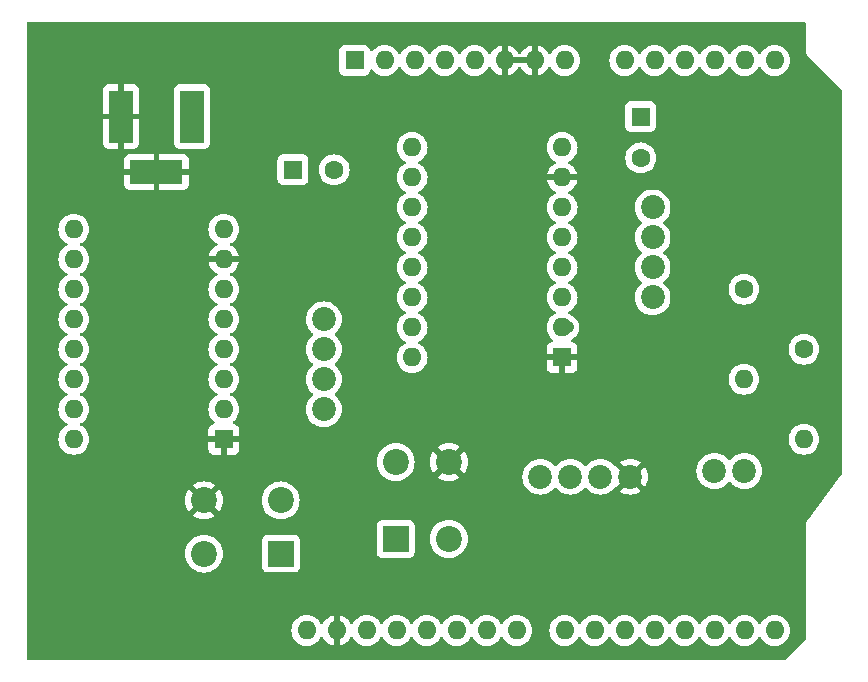
<source format=gbr>
%TF.GenerationSoftware,KiCad,Pcbnew,8.0.2*%
%TF.CreationDate,2024-05-09T09:38:32+01:00*%
%TF.ProjectId,FARESHARE KICAD,46415245-5348-4415-9245-204b49434144,V 1.0*%
%TF.SameCoordinates,Original*%
%TF.FileFunction,Copper,L2,Bot*%
%TF.FilePolarity,Positive*%
%FSLAX46Y46*%
G04 Gerber Fmt 4.6, Leading zero omitted, Abs format (unit mm)*
G04 Created by KiCad (PCBNEW 8.0.2) date 2024-05-09 09:38:32*
%MOMM*%
%LPD*%
G01*
G04 APERTURE LIST*
%TA.AperFunction,ComponentPad*%
%ADD10R,4.500000X2.000000*%
%TD*%
%TA.AperFunction,ComponentPad*%
%ADD11R,2.000000X4.500000*%
%TD*%
%TA.AperFunction,ComponentPad*%
%ADD12C,2.020000*%
%TD*%
%TA.AperFunction,ComponentPad*%
%ADD13C,1.600000*%
%TD*%
%TA.AperFunction,ComponentPad*%
%ADD14O,1.600000X1.600000*%
%TD*%
%TA.AperFunction,ComponentPad*%
%ADD15R,1.600000X1.600000*%
%TD*%
%TA.AperFunction,ComponentPad*%
%ADD16R,2.200000X2.200000*%
%TD*%
%TA.AperFunction,ComponentPad*%
%ADD17C,2.200000*%
%TD*%
%TA.AperFunction,Conductor*%
%ADD18C,1.000000*%
%TD*%
G04 APERTURE END LIST*
D10*
%TO.P,J5,3*%
%TO.N,GND*%
X92500000Y-61200000D03*
D11*
%TO.P,J5,1*%
%TO.N,+12V*%
X95500000Y-56500000D03*
%TO.P,J5,2*%
%TO.N,GND*%
X89500000Y-56500000D03*
%TD*%
D12*
%TO.P,J1,1*%
%TO.N,Net-(A2-2B)*%
X134500000Y-64195000D03*
%TO.P,J1,2*%
%TO.N,Net-(A2-2A)*%
X134500000Y-66735000D03*
%TO.P,J1,3*%
%TO.N,Net-(A2-1A)*%
X134500000Y-69275000D03*
%TO.P,J1,4*%
%TO.N,Net-(A2-1B)*%
X134500000Y-71815000D03*
%TD*%
D13*
%TO.P,R1,1*%
%TO.N,D5*%
X142240000Y-71120000D03*
D14*
%TO.P,R1,2*%
%TO.N,D4*%
X142240000Y-78740000D03*
%TD*%
D12*
%TO.P,J2,1*%
%TO.N,Net-(A1-2B)*%
X106680000Y-73660000D03*
%TO.P,J2,2*%
%TO.N,Net-(A1-2A)*%
X106680000Y-76200000D03*
%TO.P,J2,3*%
%TO.N,Net-(A1-1A)*%
X106680000Y-78740000D03*
%TO.P,J2,4*%
%TO.N,Net-(A1-1B)*%
X106680000Y-81280000D03*
%TD*%
D15*
%TO.P,A1,1,GND*%
%TO.N,GND*%
X98200000Y-83820000D03*
D14*
%TO.P,A1,2,VDD*%
%TO.N,+5V*%
X98200000Y-81280000D03*
%TO.P,A1,3,1B*%
%TO.N,Net-(A1-1B)*%
X98200000Y-78740000D03*
%TO.P,A1,4,1A*%
%TO.N,Net-(A1-1A)*%
X98200000Y-76200000D03*
%TO.P,A1,5,2A*%
%TO.N,Net-(A1-2A)*%
X98200000Y-73660000D03*
%TO.P,A1,6,2B*%
%TO.N,Net-(A1-2B)*%
X98200000Y-71120000D03*
%TO.P,A1,7,GND*%
%TO.N,GND*%
X98200000Y-68580000D03*
%TO.P,A1,8,VMOT*%
%TO.N,Net-(A1-VMOT)*%
X98200000Y-66040000D03*
%TO.P,A1,9,~{ENABLE}*%
%TO.N,unconnected-(A1-~{ENABLE}-Pad9)*%
X85500000Y-66040000D03*
%TO.P,A1,10,MS1*%
%TO.N,unconnected-(A1-MS1-Pad10)*%
X85500000Y-68580000D03*
%TO.P,A1,11,MS2*%
%TO.N,unconnected-(A1-MS2-Pad11)*%
X85500000Y-71120000D03*
%TO.P,A1,12,MS3*%
%TO.N,unconnected-(A1-MS3-Pad12)*%
X85500000Y-73660000D03*
%TO.P,A1,13,~{RESET}*%
%TO.N,Net-(A1-~{RESET})*%
X85500000Y-76200000D03*
%TO.P,A1,14,~{SLEEP}*%
X85500000Y-78740000D03*
%TO.P,A1,15,STEP*%
%TO.N,D12*%
X85500000Y-81280000D03*
%TO.P,A1,16,DIR*%
%TO.N,D13*%
X85500000Y-83820000D03*
%TD*%
D13*
%TO.P,R2,1*%
%TO.N,D3*%
X147320000Y-76200000D03*
D14*
%TO.P,R2,2*%
%TO.N,D2*%
X147320000Y-83820000D03*
%TD*%
D15*
%TO.P,A2,1,GND*%
%TO.N,GND*%
X126840000Y-76890000D03*
D14*
%TO.P,A2,2,VDD*%
%TO.N,+5V*%
X126840000Y-74350000D03*
%TO.P,A2,3,1B*%
%TO.N,Net-(A2-1B)*%
X126840000Y-71810000D03*
%TO.P,A2,4,1A*%
%TO.N,Net-(A2-1A)*%
X126840000Y-69270000D03*
%TO.P,A2,5,2A*%
%TO.N,Net-(A2-2A)*%
X126840000Y-66730000D03*
%TO.P,A2,6,2B*%
%TO.N,Net-(A2-2B)*%
X126840000Y-64190000D03*
%TO.P,A2,7,GND*%
%TO.N,GND*%
X126840000Y-61650000D03*
%TO.P,A2,8,VMOT*%
%TO.N,Net-(A2-VMOT)*%
X126840000Y-59110000D03*
%TO.P,A2,9,~{ENABLE}*%
%TO.N,unconnected-(A2-~{ENABLE}-Pad9)*%
X114140000Y-59110000D03*
%TO.P,A2,10,MS1*%
%TO.N,unconnected-(A2-MS1-Pad10)*%
X114140000Y-61650000D03*
%TO.P,A2,11,MS2*%
%TO.N,unconnected-(A2-MS2-Pad11)*%
X114140000Y-64190000D03*
%TO.P,A2,12,MS3*%
%TO.N,unconnected-(A2-MS3-Pad12)*%
X114140000Y-66730000D03*
%TO.P,A2,13,~{RESET}*%
%TO.N,Net-(A2-~{RESET})*%
X114140000Y-69270000D03*
%TO.P,A2,14,~{SLEEP}*%
X114140000Y-71810000D03*
%TO.P,A2,15,STEP*%
%TO.N,D8*%
X114140000Y-74350000D03*
%TO.P,A2,16,DIR*%
%TO.N,D9*%
X114140000Y-76890000D03*
%TD*%
D16*
%TO.P,S2,1*%
%TO.N,unconnected-(S2-Pad1)*%
X103020000Y-93500000D03*
D17*
%TO.P,S2,2*%
%TO.N,unconnected-(S2-Pad2)*%
X96520000Y-93500000D03*
%TO.P,S2,3*%
%TO.N,D11*%
X103020000Y-89000000D03*
%TO.P,S2,4*%
%TO.N,GND*%
X96520000Y-89000000D03*
%TD*%
D12*
%TO.P,J3,1*%
%TO.N,D7*%
X125000000Y-87000000D03*
%TO.P,J3,2*%
%TO.N,D6*%
X127540000Y-87000000D03*
%TO.P,J3,3*%
%TO.N,+5V*%
X130080000Y-87000000D03*
%TO.P,J3,4*%
%TO.N,GND*%
X132620000Y-87000000D03*
%TD*%
D16*
%TO.P,S1,1*%
%TO.N,unconnected-(S1-Pad1)*%
X112750000Y-92250000D03*
D17*
%TO.P,S1,2*%
%TO.N,unconnected-(S1-Pad2)*%
X112750000Y-85750000D03*
%TO.P,S1,3*%
%TO.N,D10*%
X117250000Y-92250000D03*
%TO.P,S1,4*%
%TO.N,GND*%
X117250000Y-85750000D03*
%TD*%
D12*
%TO.P,J4,1*%
%TO.N,D4*%
X139735000Y-86500000D03*
%TO.P,J4,2*%
%TO.N,D3*%
X142275000Y-86500000D03*
%TD*%
D15*
%TO.P,C2,1*%
%TO.N,+12V*%
X104044888Y-61000000D03*
D13*
%TO.P,C2,2*%
%TO.N,Net-(A1-VMOT)*%
X107544888Y-61000000D03*
%TD*%
D15*
%TO.P,A3,1,NC*%
%TO.N,unconnected-(A3-NC-Pad1)*%
X109280000Y-51740000D03*
D14*
%TO.P,A3,2,IOREF*%
%TO.N,unconnected-(A3-IOREF-Pad2)*%
X111820000Y-51740000D03*
%TO.P,A3,3,~{RESET}*%
%TO.N,unconnected-(A3-~{RESET}-Pad3)*%
X114360000Y-51740000D03*
%TO.P,A3,4,3V3*%
%TO.N,unconnected-(A3-3V3-Pad4)*%
X116900000Y-51740000D03*
%TO.P,A3,5,+5V*%
%TO.N,+5V*%
X119440000Y-51740000D03*
%TO.P,A3,6,GND*%
%TO.N,GND*%
X121980000Y-51740000D03*
%TO.P,A3,7,GND*%
X124520000Y-51740000D03*
%TO.P,A3,8,VIN*%
%TO.N,+12V*%
X127060000Y-51740000D03*
%TO.P,A3,9,A0*%
%TO.N,unconnected-(A3-A0-Pad9)*%
X132140000Y-51740000D03*
%TO.P,A3,10,A1*%
%TO.N,unconnected-(A3-A1-Pad10)*%
X134680000Y-51740000D03*
%TO.P,A3,11,A2*%
%TO.N,unconnected-(A3-A2-Pad11)*%
X137220000Y-51740000D03*
%TO.P,A3,12,A3*%
%TO.N,unconnected-(A3-A3-Pad12)*%
X139760000Y-51740000D03*
%TO.P,A3,13,SDA/A4*%
%TO.N,unconnected-(A3-SDA{slash}A4-Pad13)*%
X142300000Y-51740000D03*
%TO.P,A3,14,SCL/A5*%
%TO.N,unconnected-(A3-SCL{slash}A5-Pad14)*%
X144840000Y-51740000D03*
%TO.P,A3,15,D0/RX*%
%TO.N,unconnected-(A3-D0{slash}RX-Pad15)*%
X144840000Y-100000000D03*
%TO.P,A3,16,D1/TX*%
%TO.N,unconnected-(A3-D1{slash}TX-Pad16)*%
X142300000Y-100000000D03*
%TO.P,A3,17,D2*%
%TO.N,D2*%
X139760000Y-100000000D03*
%TO.P,A3,18,D3*%
%TO.N,D3*%
X137220000Y-100000000D03*
%TO.P,A3,19,D4*%
%TO.N,D4*%
X134680000Y-100000000D03*
%TO.P,A3,20,D5*%
%TO.N,D5*%
X132140000Y-100000000D03*
%TO.P,A3,21,D6*%
%TO.N,D6*%
X129600000Y-100000000D03*
%TO.P,A3,22,D7*%
%TO.N,D7*%
X127060000Y-100000000D03*
%TO.P,A3,23,D8*%
%TO.N,D8*%
X123000000Y-100000000D03*
%TO.P,A3,24,D9*%
%TO.N,D9*%
X120460000Y-100000000D03*
%TO.P,A3,25,D10*%
%TO.N,D10*%
X117920000Y-100000000D03*
%TO.P,A3,26,D11*%
%TO.N,D11*%
X115380000Y-100000000D03*
%TO.P,A3,27,D12*%
%TO.N,D12*%
X112840000Y-100000000D03*
%TO.P,A3,28,D13*%
%TO.N,D13*%
X110300000Y-100000000D03*
%TO.P,A3,29,GND*%
%TO.N,GND*%
X107760000Y-100000000D03*
%TO.P,A3,30,AREF*%
%TO.N,unconnected-(A3-AREF-Pad30)*%
X105220000Y-100000000D03*
%TD*%
D15*
%TO.P,C1,1*%
%TO.N,+12V*%
X133500000Y-56500000D03*
D13*
%TO.P,C1,2*%
%TO.N,Net-(A2-VMOT)*%
X133500000Y-60000000D03*
%TD*%
D18*
%TO.N,+5V*%
X127300000Y-74350000D02*
X126840000Y-74350000D01*
%TD*%
%TA.AperFunction,Conductor*%
%TO.N,GND*%
G36*
X124054075Y-51547007D02*
G01*
X124020000Y-51674174D01*
X124020000Y-51805826D01*
X124054075Y-51932993D01*
X124086988Y-51990000D01*
X122413012Y-51990000D01*
X122445925Y-51932993D01*
X122480000Y-51805826D01*
X122480000Y-51674174D01*
X122445925Y-51547007D01*
X122413012Y-51490000D01*
X124086988Y-51490000D01*
X124054075Y-51547007D01*
G37*
%TD.AperFunction*%
%TA.AperFunction,Conductor*%
G36*
X147442539Y-48520185D02*
G01*
X147488294Y-48572989D01*
X147499500Y-48624500D01*
X147499500Y-50934108D01*
X147499500Y-51065892D01*
X147505295Y-51087518D01*
X147533608Y-51193187D01*
X147547621Y-51217457D01*
X147599500Y-51307314D01*
X147599502Y-51307316D01*
X150463181Y-54170995D01*
X150496666Y-54232318D01*
X150499500Y-54258676D01*
X150499500Y-86791832D01*
X150479815Y-86858871D01*
X150474700Y-86866232D01*
X147626228Y-90664194D01*
X147614713Y-90677471D01*
X147599500Y-90692684D01*
X147585288Y-90717299D01*
X147577107Y-90729689D01*
X147560065Y-90752413D01*
X147560063Y-90752415D01*
X147552050Y-90772378D01*
X147544367Y-90788176D01*
X147533610Y-90806809D01*
X147533606Y-90806818D01*
X147526254Y-90834256D01*
X147521557Y-90848346D01*
X147510975Y-90874710D01*
X147510973Y-90874718D01*
X147508400Y-90896075D01*
X147505067Y-90913328D01*
X147499500Y-90934104D01*
X147499500Y-90962514D01*
X147498610Y-90977345D01*
X147495212Y-91005549D01*
X147498254Y-91026844D01*
X147499500Y-91044380D01*
X147499500Y-100741324D01*
X147479815Y-100808363D01*
X147463181Y-100829005D01*
X145829005Y-102463181D01*
X145767682Y-102496666D01*
X145741324Y-102499500D01*
X81624500Y-102499500D01*
X81557461Y-102479815D01*
X81511706Y-102427011D01*
X81500500Y-102375500D01*
X81500500Y-99999998D01*
X103914532Y-99999998D01*
X103914532Y-100000001D01*
X103934364Y-100226686D01*
X103934366Y-100226697D01*
X103993258Y-100446488D01*
X103993261Y-100446497D01*
X104089431Y-100652732D01*
X104089432Y-100652734D01*
X104219954Y-100839141D01*
X104380858Y-101000045D01*
X104380861Y-101000047D01*
X104567266Y-101130568D01*
X104773504Y-101226739D01*
X104993308Y-101285635D01*
X105155230Y-101299801D01*
X105219998Y-101305468D01*
X105220000Y-101305468D01*
X105220002Y-101305468D01*
X105276673Y-101300509D01*
X105446692Y-101285635D01*
X105666496Y-101226739D01*
X105872734Y-101130568D01*
X106059139Y-101000047D01*
X106220047Y-100839139D01*
X106350568Y-100652734D01*
X106377895Y-100594129D01*
X106424064Y-100541695D01*
X106491257Y-100522542D01*
X106558139Y-100542757D01*
X106602657Y-100594133D01*
X106629865Y-100652482D01*
X106760342Y-100838820D01*
X106921179Y-100999657D01*
X107107517Y-101130134D01*
X107313673Y-101226265D01*
X107313682Y-101226269D01*
X107509999Y-101278872D01*
X107510000Y-101278871D01*
X107510000Y-100433012D01*
X107567007Y-100465925D01*
X107694174Y-100500000D01*
X107825826Y-100500000D01*
X107952993Y-100465925D01*
X108010000Y-100433012D01*
X108010000Y-101278872D01*
X108206317Y-101226269D01*
X108206326Y-101226265D01*
X108412482Y-101130134D01*
X108598820Y-100999657D01*
X108759657Y-100838820D01*
X108890132Y-100652484D01*
X108917341Y-100594134D01*
X108963513Y-100541695D01*
X109030707Y-100522542D01*
X109097588Y-100542757D01*
X109142106Y-100594133D01*
X109169431Y-100652732D01*
X109169432Y-100652734D01*
X109299954Y-100839141D01*
X109460858Y-101000045D01*
X109460861Y-101000047D01*
X109647266Y-101130568D01*
X109853504Y-101226739D01*
X110073308Y-101285635D01*
X110235230Y-101299801D01*
X110299998Y-101305468D01*
X110300000Y-101305468D01*
X110300002Y-101305468D01*
X110356673Y-101300509D01*
X110526692Y-101285635D01*
X110746496Y-101226739D01*
X110952734Y-101130568D01*
X111139139Y-101000047D01*
X111300047Y-100839139D01*
X111430568Y-100652734D01*
X111457618Y-100594724D01*
X111503790Y-100542285D01*
X111570983Y-100523133D01*
X111637865Y-100543348D01*
X111682382Y-100594725D01*
X111709429Y-100652728D01*
X111709432Y-100652734D01*
X111839954Y-100839141D01*
X112000858Y-101000045D01*
X112000861Y-101000047D01*
X112187266Y-101130568D01*
X112393504Y-101226739D01*
X112613308Y-101285635D01*
X112775230Y-101299801D01*
X112839998Y-101305468D01*
X112840000Y-101305468D01*
X112840002Y-101305468D01*
X112896673Y-101300509D01*
X113066692Y-101285635D01*
X113286496Y-101226739D01*
X113492734Y-101130568D01*
X113679139Y-101000047D01*
X113840047Y-100839139D01*
X113970568Y-100652734D01*
X113997618Y-100594724D01*
X114043790Y-100542285D01*
X114110983Y-100523133D01*
X114177865Y-100543348D01*
X114222382Y-100594725D01*
X114249429Y-100652728D01*
X114249432Y-100652734D01*
X114379954Y-100839141D01*
X114540858Y-101000045D01*
X114540861Y-101000047D01*
X114727266Y-101130568D01*
X114933504Y-101226739D01*
X115153308Y-101285635D01*
X115315230Y-101299801D01*
X115379998Y-101305468D01*
X115380000Y-101305468D01*
X115380002Y-101305468D01*
X115436673Y-101300509D01*
X115606692Y-101285635D01*
X115826496Y-101226739D01*
X116032734Y-101130568D01*
X116219139Y-101000047D01*
X116380047Y-100839139D01*
X116510568Y-100652734D01*
X116537618Y-100594724D01*
X116583790Y-100542285D01*
X116650983Y-100523133D01*
X116717865Y-100543348D01*
X116762382Y-100594725D01*
X116789429Y-100652728D01*
X116789432Y-100652734D01*
X116919954Y-100839141D01*
X117080858Y-101000045D01*
X117080861Y-101000047D01*
X117267266Y-101130568D01*
X117473504Y-101226739D01*
X117693308Y-101285635D01*
X117855230Y-101299801D01*
X117919998Y-101305468D01*
X117920000Y-101305468D01*
X117920002Y-101305468D01*
X117976673Y-101300509D01*
X118146692Y-101285635D01*
X118366496Y-101226739D01*
X118572734Y-101130568D01*
X118759139Y-101000047D01*
X118920047Y-100839139D01*
X119050568Y-100652734D01*
X119077618Y-100594724D01*
X119123790Y-100542285D01*
X119190983Y-100523133D01*
X119257865Y-100543348D01*
X119302382Y-100594725D01*
X119329429Y-100652728D01*
X119329432Y-100652734D01*
X119459954Y-100839141D01*
X119620858Y-101000045D01*
X119620861Y-101000047D01*
X119807266Y-101130568D01*
X120013504Y-101226739D01*
X120233308Y-101285635D01*
X120395230Y-101299801D01*
X120459998Y-101305468D01*
X120460000Y-101305468D01*
X120460002Y-101305468D01*
X120516673Y-101300509D01*
X120686692Y-101285635D01*
X120906496Y-101226739D01*
X121112734Y-101130568D01*
X121299139Y-101000047D01*
X121460047Y-100839139D01*
X121590568Y-100652734D01*
X121617618Y-100594724D01*
X121663790Y-100542285D01*
X121730983Y-100523133D01*
X121797865Y-100543348D01*
X121842382Y-100594725D01*
X121869429Y-100652728D01*
X121869432Y-100652734D01*
X121999954Y-100839141D01*
X122160858Y-101000045D01*
X122160861Y-101000047D01*
X122347266Y-101130568D01*
X122553504Y-101226739D01*
X122773308Y-101285635D01*
X122935230Y-101299801D01*
X122999998Y-101305468D01*
X123000000Y-101305468D01*
X123000002Y-101305468D01*
X123056673Y-101300509D01*
X123226692Y-101285635D01*
X123446496Y-101226739D01*
X123652734Y-101130568D01*
X123839139Y-101000047D01*
X124000047Y-100839139D01*
X124130568Y-100652734D01*
X124226739Y-100446496D01*
X124285635Y-100226692D01*
X124305468Y-100000000D01*
X124305468Y-99999998D01*
X125754532Y-99999998D01*
X125754532Y-100000001D01*
X125774364Y-100226686D01*
X125774366Y-100226697D01*
X125833258Y-100446488D01*
X125833261Y-100446497D01*
X125929431Y-100652732D01*
X125929432Y-100652734D01*
X126059954Y-100839141D01*
X126220858Y-101000045D01*
X126220861Y-101000047D01*
X126407266Y-101130568D01*
X126613504Y-101226739D01*
X126833308Y-101285635D01*
X126995230Y-101299801D01*
X127059998Y-101305468D01*
X127060000Y-101305468D01*
X127060002Y-101305468D01*
X127116673Y-101300509D01*
X127286692Y-101285635D01*
X127506496Y-101226739D01*
X127712734Y-101130568D01*
X127899139Y-101000047D01*
X128060047Y-100839139D01*
X128190568Y-100652734D01*
X128217618Y-100594724D01*
X128263790Y-100542285D01*
X128330983Y-100523133D01*
X128397865Y-100543348D01*
X128442382Y-100594725D01*
X128469429Y-100652728D01*
X128469432Y-100652734D01*
X128599954Y-100839141D01*
X128760858Y-101000045D01*
X128760861Y-101000047D01*
X128947266Y-101130568D01*
X129153504Y-101226739D01*
X129373308Y-101285635D01*
X129535230Y-101299801D01*
X129599998Y-101305468D01*
X129600000Y-101305468D01*
X129600002Y-101305468D01*
X129656673Y-101300509D01*
X129826692Y-101285635D01*
X130046496Y-101226739D01*
X130252734Y-101130568D01*
X130439139Y-101000047D01*
X130600047Y-100839139D01*
X130730568Y-100652734D01*
X130757618Y-100594724D01*
X130803790Y-100542285D01*
X130870983Y-100523133D01*
X130937865Y-100543348D01*
X130982382Y-100594725D01*
X131009429Y-100652728D01*
X131009432Y-100652734D01*
X131139954Y-100839141D01*
X131300858Y-101000045D01*
X131300861Y-101000047D01*
X131487266Y-101130568D01*
X131693504Y-101226739D01*
X131913308Y-101285635D01*
X132075230Y-101299801D01*
X132139998Y-101305468D01*
X132140000Y-101305468D01*
X132140002Y-101305468D01*
X132196673Y-101300509D01*
X132366692Y-101285635D01*
X132586496Y-101226739D01*
X132792734Y-101130568D01*
X132979139Y-101000047D01*
X133140047Y-100839139D01*
X133270568Y-100652734D01*
X133297618Y-100594724D01*
X133343790Y-100542285D01*
X133410983Y-100523133D01*
X133477865Y-100543348D01*
X133522382Y-100594725D01*
X133549429Y-100652728D01*
X133549432Y-100652734D01*
X133679954Y-100839141D01*
X133840858Y-101000045D01*
X133840861Y-101000047D01*
X134027266Y-101130568D01*
X134233504Y-101226739D01*
X134453308Y-101285635D01*
X134615230Y-101299801D01*
X134679998Y-101305468D01*
X134680000Y-101305468D01*
X134680002Y-101305468D01*
X134736673Y-101300509D01*
X134906692Y-101285635D01*
X135126496Y-101226739D01*
X135332734Y-101130568D01*
X135519139Y-101000047D01*
X135680047Y-100839139D01*
X135810568Y-100652734D01*
X135837618Y-100594724D01*
X135883790Y-100542285D01*
X135950983Y-100523133D01*
X136017865Y-100543348D01*
X136062382Y-100594725D01*
X136089429Y-100652728D01*
X136089432Y-100652734D01*
X136219954Y-100839141D01*
X136380858Y-101000045D01*
X136380861Y-101000047D01*
X136567266Y-101130568D01*
X136773504Y-101226739D01*
X136993308Y-101285635D01*
X137155230Y-101299801D01*
X137219998Y-101305468D01*
X137220000Y-101305468D01*
X137220002Y-101305468D01*
X137276673Y-101300509D01*
X137446692Y-101285635D01*
X137666496Y-101226739D01*
X137872734Y-101130568D01*
X138059139Y-101000047D01*
X138220047Y-100839139D01*
X138350568Y-100652734D01*
X138377618Y-100594724D01*
X138423790Y-100542285D01*
X138490983Y-100523133D01*
X138557865Y-100543348D01*
X138602382Y-100594725D01*
X138629429Y-100652728D01*
X138629432Y-100652734D01*
X138759954Y-100839141D01*
X138920858Y-101000045D01*
X138920861Y-101000047D01*
X139107266Y-101130568D01*
X139313504Y-101226739D01*
X139533308Y-101285635D01*
X139695230Y-101299801D01*
X139759998Y-101305468D01*
X139760000Y-101305468D01*
X139760002Y-101305468D01*
X139816673Y-101300509D01*
X139986692Y-101285635D01*
X140206496Y-101226739D01*
X140412734Y-101130568D01*
X140599139Y-101000047D01*
X140760047Y-100839139D01*
X140890568Y-100652734D01*
X140917618Y-100594724D01*
X140963790Y-100542285D01*
X141030983Y-100523133D01*
X141097865Y-100543348D01*
X141142382Y-100594725D01*
X141169429Y-100652728D01*
X141169432Y-100652734D01*
X141299954Y-100839141D01*
X141460858Y-101000045D01*
X141460861Y-101000047D01*
X141647266Y-101130568D01*
X141853504Y-101226739D01*
X142073308Y-101285635D01*
X142235230Y-101299801D01*
X142299998Y-101305468D01*
X142300000Y-101305468D01*
X142300002Y-101305468D01*
X142356673Y-101300509D01*
X142526692Y-101285635D01*
X142746496Y-101226739D01*
X142952734Y-101130568D01*
X143139139Y-101000047D01*
X143300047Y-100839139D01*
X143430568Y-100652734D01*
X143457618Y-100594724D01*
X143503790Y-100542285D01*
X143570983Y-100523133D01*
X143637865Y-100543348D01*
X143682382Y-100594725D01*
X143709429Y-100652728D01*
X143709432Y-100652734D01*
X143839954Y-100839141D01*
X144000858Y-101000045D01*
X144000861Y-101000047D01*
X144187266Y-101130568D01*
X144393504Y-101226739D01*
X144613308Y-101285635D01*
X144775230Y-101299801D01*
X144839998Y-101305468D01*
X144840000Y-101305468D01*
X144840002Y-101305468D01*
X144896673Y-101300509D01*
X145066692Y-101285635D01*
X145286496Y-101226739D01*
X145492734Y-101130568D01*
X145679139Y-101000047D01*
X145840047Y-100839139D01*
X145970568Y-100652734D01*
X146066739Y-100446496D01*
X146125635Y-100226692D01*
X146145468Y-100000000D01*
X146125635Y-99773308D01*
X146066739Y-99553504D01*
X145970568Y-99347266D01*
X145840047Y-99160861D01*
X145840045Y-99160858D01*
X145679141Y-98999954D01*
X145492734Y-98869432D01*
X145492732Y-98869431D01*
X145286497Y-98773261D01*
X145286488Y-98773258D01*
X145066697Y-98714366D01*
X145066693Y-98714365D01*
X145066692Y-98714365D01*
X145066691Y-98714364D01*
X145066686Y-98714364D01*
X144840002Y-98694532D01*
X144839998Y-98694532D01*
X144613313Y-98714364D01*
X144613302Y-98714366D01*
X144393511Y-98773258D01*
X144393502Y-98773261D01*
X144187267Y-98869431D01*
X144187265Y-98869432D01*
X144000858Y-98999954D01*
X143839954Y-99160858D01*
X143709432Y-99347265D01*
X143709431Y-99347267D01*
X143682382Y-99405275D01*
X143636209Y-99457714D01*
X143569016Y-99476866D01*
X143502135Y-99456650D01*
X143457618Y-99405275D01*
X143430686Y-99347520D01*
X143430568Y-99347266D01*
X143300047Y-99160861D01*
X143300045Y-99160858D01*
X143139141Y-98999954D01*
X142952734Y-98869432D01*
X142952732Y-98869431D01*
X142746497Y-98773261D01*
X142746488Y-98773258D01*
X142526697Y-98714366D01*
X142526693Y-98714365D01*
X142526692Y-98714365D01*
X142526691Y-98714364D01*
X142526686Y-98714364D01*
X142300002Y-98694532D01*
X142299998Y-98694532D01*
X142073313Y-98714364D01*
X142073302Y-98714366D01*
X141853511Y-98773258D01*
X141853502Y-98773261D01*
X141647267Y-98869431D01*
X141647265Y-98869432D01*
X141460858Y-98999954D01*
X141299954Y-99160858D01*
X141169432Y-99347265D01*
X141169431Y-99347267D01*
X141142382Y-99405275D01*
X141096209Y-99457714D01*
X141029016Y-99476866D01*
X140962135Y-99456650D01*
X140917618Y-99405275D01*
X140890686Y-99347520D01*
X140890568Y-99347266D01*
X140760047Y-99160861D01*
X140760045Y-99160858D01*
X140599141Y-98999954D01*
X140412734Y-98869432D01*
X140412732Y-98869431D01*
X140206497Y-98773261D01*
X140206488Y-98773258D01*
X139986697Y-98714366D01*
X139986693Y-98714365D01*
X139986692Y-98714365D01*
X139986691Y-98714364D01*
X139986686Y-98714364D01*
X139760002Y-98694532D01*
X139759998Y-98694532D01*
X139533313Y-98714364D01*
X139533302Y-98714366D01*
X139313511Y-98773258D01*
X139313502Y-98773261D01*
X139107267Y-98869431D01*
X139107265Y-98869432D01*
X138920858Y-98999954D01*
X138759954Y-99160858D01*
X138629432Y-99347265D01*
X138629431Y-99347267D01*
X138602382Y-99405275D01*
X138556209Y-99457714D01*
X138489016Y-99476866D01*
X138422135Y-99456650D01*
X138377618Y-99405275D01*
X138350686Y-99347520D01*
X138350568Y-99347266D01*
X138220047Y-99160861D01*
X138220045Y-99160858D01*
X138059141Y-98999954D01*
X137872734Y-98869432D01*
X137872732Y-98869431D01*
X137666497Y-98773261D01*
X137666488Y-98773258D01*
X137446697Y-98714366D01*
X137446693Y-98714365D01*
X137446692Y-98714365D01*
X137446691Y-98714364D01*
X137446686Y-98714364D01*
X137220002Y-98694532D01*
X137219998Y-98694532D01*
X136993313Y-98714364D01*
X136993302Y-98714366D01*
X136773511Y-98773258D01*
X136773502Y-98773261D01*
X136567267Y-98869431D01*
X136567265Y-98869432D01*
X136380858Y-98999954D01*
X136219954Y-99160858D01*
X136089432Y-99347265D01*
X136089431Y-99347267D01*
X136062382Y-99405275D01*
X136016209Y-99457714D01*
X135949016Y-99476866D01*
X135882135Y-99456650D01*
X135837618Y-99405275D01*
X135810686Y-99347520D01*
X135810568Y-99347266D01*
X135680047Y-99160861D01*
X135680045Y-99160858D01*
X135519141Y-98999954D01*
X135332734Y-98869432D01*
X135332732Y-98869431D01*
X135126497Y-98773261D01*
X135126488Y-98773258D01*
X134906697Y-98714366D01*
X134906693Y-98714365D01*
X134906692Y-98714365D01*
X134906691Y-98714364D01*
X134906686Y-98714364D01*
X134680002Y-98694532D01*
X134679998Y-98694532D01*
X134453313Y-98714364D01*
X134453302Y-98714366D01*
X134233511Y-98773258D01*
X134233502Y-98773261D01*
X134027267Y-98869431D01*
X134027265Y-98869432D01*
X133840858Y-98999954D01*
X133679954Y-99160858D01*
X133549432Y-99347265D01*
X133549431Y-99347267D01*
X133522382Y-99405275D01*
X133476209Y-99457714D01*
X133409016Y-99476866D01*
X133342135Y-99456650D01*
X133297618Y-99405275D01*
X133270686Y-99347520D01*
X133270568Y-99347266D01*
X133140047Y-99160861D01*
X133140045Y-99160858D01*
X132979141Y-98999954D01*
X132792734Y-98869432D01*
X132792732Y-98869431D01*
X132586497Y-98773261D01*
X132586488Y-98773258D01*
X132366697Y-98714366D01*
X132366693Y-98714365D01*
X132366692Y-98714365D01*
X132366691Y-98714364D01*
X132366686Y-98714364D01*
X132140002Y-98694532D01*
X132139998Y-98694532D01*
X131913313Y-98714364D01*
X131913302Y-98714366D01*
X131693511Y-98773258D01*
X131693502Y-98773261D01*
X131487267Y-98869431D01*
X131487265Y-98869432D01*
X131300858Y-98999954D01*
X131139954Y-99160858D01*
X131009432Y-99347265D01*
X131009431Y-99347267D01*
X130982382Y-99405275D01*
X130936209Y-99457714D01*
X130869016Y-99476866D01*
X130802135Y-99456650D01*
X130757618Y-99405275D01*
X130730686Y-99347520D01*
X130730568Y-99347266D01*
X130600047Y-99160861D01*
X130600045Y-99160858D01*
X130439141Y-98999954D01*
X130252734Y-98869432D01*
X130252732Y-98869431D01*
X130046497Y-98773261D01*
X130046488Y-98773258D01*
X129826697Y-98714366D01*
X129826693Y-98714365D01*
X129826692Y-98714365D01*
X129826691Y-98714364D01*
X129826686Y-98714364D01*
X129600002Y-98694532D01*
X129599998Y-98694532D01*
X129373313Y-98714364D01*
X129373302Y-98714366D01*
X129153511Y-98773258D01*
X129153502Y-98773261D01*
X128947267Y-98869431D01*
X128947265Y-98869432D01*
X128760858Y-98999954D01*
X128599954Y-99160858D01*
X128469432Y-99347265D01*
X128469431Y-99347267D01*
X128442382Y-99405275D01*
X128396209Y-99457714D01*
X128329016Y-99476866D01*
X128262135Y-99456650D01*
X128217618Y-99405275D01*
X128190686Y-99347520D01*
X128190568Y-99347266D01*
X128060047Y-99160861D01*
X128060045Y-99160858D01*
X127899141Y-98999954D01*
X127712734Y-98869432D01*
X127712732Y-98869431D01*
X127506497Y-98773261D01*
X127506488Y-98773258D01*
X127286697Y-98714366D01*
X127286693Y-98714365D01*
X127286692Y-98714365D01*
X127286691Y-98714364D01*
X127286686Y-98714364D01*
X127060002Y-98694532D01*
X127059998Y-98694532D01*
X126833313Y-98714364D01*
X126833302Y-98714366D01*
X126613511Y-98773258D01*
X126613502Y-98773261D01*
X126407267Y-98869431D01*
X126407265Y-98869432D01*
X126220858Y-98999954D01*
X126059954Y-99160858D01*
X125929432Y-99347265D01*
X125929431Y-99347267D01*
X125833261Y-99553502D01*
X125833258Y-99553511D01*
X125774366Y-99773302D01*
X125774364Y-99773313D01*
X125754532Y-99999998D01*
X124305468Y-99999998D01*
X124285635Y-99773308D01*
X124226739Y-99553504D01*
X124130568Y-99347266D01*
X124000047Y-99160861D01*
X124000045Y-99160858D01*
X123839141Y-98999954D01*
X123652734Y-98869432D01*
X123652732Y-98869431D01*
X123446497Y-98773261D01*
X123446488Y-98773258D01*
X123226697Y-98714366D01*
X123226693Y-98714365D01*
X123226692Y-98714365D01*
X123226691Y-98714364D01*
X123226686Y-98714364D01*
X123000002Y-98694532D01*
X122999998Y-98694532D01*
X122773313Y-98714364D01*
X122773302Y-98714366D01*
X122553511Y-98773258D01*
X122553502Y-98773261D01*
X122347267Y-98869431D01*
X122347265Y-98869432D01*
X122160858Y-98999954D01*
X121999954Y-99160858D01*
X121869432Y-99347265D01*
X121869431Y-99347267D01*
X121842382Y-99405275D01*
X121796209Y-99457714D01*
X121729016Y-99476866D01*
X121662135Y-99456650D01*
X121617618Y-99405275D01*
X121590686Y-99347520D01*
X121590568Y-99347266D01*
X121460047Y-99160861D01*
X121460045Y-99160858D01*
X121299141Y-98999954D01*
X121112734Y-98869432D01*
X121112732Y-98869431D01*
X120906497Y-98773261D01*
X120906488Y-98773258D01*
X120686697Y-98714366D01*
X120686693Y-98714365D01*
X120686692Y-98714365D01*
X120686691Y-98714364D01*
X120686686Y-98714364D01*
X120460002Y-98694532D01*
X120459998Y-98694532D01*
X120233313Y-98714364D01*
X120233302Y-98714366D01*
X120013511Y-98773258D01*
X120013502Y-98773261D01*
X119807267Y-98869431D01*
X119807265Y-98869432D01*
X119620858Y-98999954D01*
X119459954Y-99160858D01*
X119329432Y-99347265D01*
X119329431Y-99347267D01*
X119302382Y-99405275D01*
X119256209Y-99457714D01*
X119189016Y-99476866D01*
X119122135Y-99456650D01*
X119077618Y-99405275D01*
X119050686Y-99347520D01*
X119050568Y-99347266D01*
X118920047Y-99160861D01*
X118920045Y-99160858D01*
X118759141Y-98999954D01*
X118572734Y-98869432D01*
X118572732Y-98869431D01*
X118366497Y-98773261D01*
X118366488Y-98773258D01*
X118146697Y-98714366D01*
X118146693Y-98714365D01*
X118146692Y-98714365D01*
X118146691Y-98714364D01*
X118146686Y-98714364D01*
X117920002Y-98694532D01*
X117919998Y-98694532D01*
X117693313Y-98714364D01*
X117693302Y-98714366D01*
X117473511Y-98773258D01*
X117473502Y-98773261D01*
X117267267Y-98869431D01*
X117267265Y-98869432D01*
X117080858Y-98999954D01*
X116919954Y-99160858D01*
X116789432Y-99347265D01*
X116789431Y-99347267D01*
X116762382Y-99405275D01*
X116716209Y-99457714D01*
X116649016Y-99476866D01*
X116582135Y-99456650D01*
X116537618Y-99405275D01*
X116510686Y-99347520D01*
X116510568Y-99347266D01*
X116380047Y-99160861D01*
X116380045Y-99160858D01*
X116219141Y-98999954D01*
X116032734Y-98869432D01*
X116032732Y-98869431D01*
X115826497Y-98773261D01*
X115826488Y-98773258D01*
X115606697Y-98714366D01*
X115606693Y-98714365D01*
X115606692Y-98714365D01*
X115606691Y-98714364D01*
X115606686Y-98714364D01*
X115380002Y-98694532D01*
X115379998Y-98694532D01*
X115153313Y-98714364D01*
X115153302Y-98714366D01*
X114933511Y-98773258D01*
X114933502Y-98773261D01*
X114727267Y-98869431D01*
X114727265Y-98869432D01*
X114540858Y-98999954D01*
X114379954Y-99160858D01*
X114249432Y-99347265D01*
X114249431Y-99347267D01*
X114222382Y-99405275D01*
X114176209Y-99457714D01*
X114109016Y-99476866D01*
X114042135Y-99456650D01*
X113997618Y-99405275D01*
X113970686Y-99347520D01*
X113970568Y-99347266D01*
X113840047Y-99160861D01*
X113840045Y-99160858D01*
X113679141Y-98999954D01*
X113492734Y-98869432D01*
X113492732Y-98869431D01*
X113286497Y-98773261D01*
X113286488Y-98773258D01*
X113066697Y-98714366D01*
X113066693Y-98714365D01*
X113066692Y-98714365D01*
X113066691Y-98714364D01*
X113066686Y-98714364D01*
X112840002Y-98694532D01*
X112839998Y-98694532D01*
X112613313Y-98714364D01*
X112613302Y-98714366D01*
X112393511Y-98773258D01*
X112393502Y-98773261D01*
X112187267Y-98869431D01*
X112187265Y-98869432D01*
X112000858Y-98999954D01*
X111839954Y-99160858D01*
X111709432Y-99347265D01*
X111709431Y-99347267D01*
X111682382Y-99405275D01*
X111636209Y-99457714D01*
X111569016Y-99476866D01*
X111502135Y-99456650D01*
X111457618Y-99405275D01*
X111430686Y-99347520D01*
X111430568Y-99347266D01*
X111300047Y-99160861D01*
X111300045Y-99160858D01*
X111139141Y-98999954D01*
X110952734Y-98869432D01*
X110952732Y-98869431D01*
X110746497Y-98773261D01*
X110746488Y-98773258D01*
X110526697Y-98714366D01*
X110526693Y-98714365D01*
X110526692Y-98714365D01*
X110526691Y-98714364D01*
X110526686Y-98714364D01*
X110300002Y-98694532D01*
X110299998Y-98694532D01*
X110073313Y-98714364D01*
X110073302Y-98714366D01*
X109853511Y-98773258D01*
X109853502Y-98773261D01*
X109647267Y-98869431D01*
X109647265Y-98869432D01*
X109460858Y-98999954D01*
X109299954Y-99160858D01*
X109169433Y-99347264D01*
X109169432Y-99347266D01*
X109169315Y-99347518D01*
X109142106Y-99405867D01*
X109095933Y-99458306D01*
X109028739Y-99477457D01*
X108961858Y-99457241D01*
X108917342Y-99405865D01*
X108890135Y-99347520D01*
X108890134Y-99347518D01*
X108759657Y-99161179D01*
X108598820Y-99000342D01*
X108412482Y-98869865D01*
X108206328Y-98773734D01*
X108010000Y-98721127D01*
X108010000Y-99566988D01*
X107952993Y-99534075D01*
X107825826Y-99500000D01*
X107694174Y-99500000D01*
X107567007Y-99534075D01*
X107510000Y-99566988D01*
X107510000Y-98721127D01*
X107313671Y-98773734D01*
X107107517Y-98869865D01*
X106921179Y-99000342D01*
X106760342Y-99161179D01*
X106629867Y-99347515D01*
X106602657Y-99405867D01*
X106556484Y-99458306D01*
X106489290Y-99477457D01*
X106422409Y-99457241D01*
X106377893Y-99405865D01*
X106350685Y-99347518D01*
X106350568Y-99347266D01*
X106220047Y-99160861D01*
X106220045Y-99160858D01*
X106059141Y-98999954D01*
X105872734Y-98869432D01*
X105872732Y-98869431D01*
X105666497Y-98773261D01*
X105666488Y-98773258D01*
X105446697Y-98714366D01*
X105446693Y-98714365D01*
X105446692Y-98714365D01*
X105446691Y-98714364D01*
X105446686Y-98714364D01*
X105220002Y-98694532D01*
X105219998Y-98694532D01*
X104993313Y-98714364D01*
X104993302Y-98714366D01*
X104773511Y-98773258D01*
X104773502Y-98773261D01*
X104567267Y-98869431D01*
X104567265Y-98869432D01*
X104380858Y-98999954D01*
X104219954Y-99160858D01*
X104089432Y-99347265D01*
X104089431Y-99347267D01*
X103993261Y-99553502D01*
X103993258Y-99553511D01*
X103934366Y-99773302D01*
X103934364Y-99773313D01*
X103914532Y-99999998D01*
X81500500Y-99999998D01*
X81500500Y-93500000D01*
X94914551Y-93500000D01*
X94934317Y-93751151D01*
X94993126Y-93996110D01*
X95089533Y-94228859D01*
X95221160Y-94443653D01*
X95221161Y-94443656D01*
X95221164Y-94443659D01*
X95384776Y-94635224D01*
X95533066Y-94761875D01*
X95576343Y-94798838D01*
X95576346Y-94798839D01*
X95791140Y-94930466D01*
X96023889Y-95026873D01*
X96268852Y-95085683D01*
X96520000Y-95105449D01*
X96771148Y-95085683D01*
X97016111Y-95026873D01*
X97248859Y-94930466D01*
X97463659Y-94798836D01*
X97655224Y-94635224D01*
X97818836Y-94443659D01*
X97950466Y-94228859D01*
X98046873Y-93996111D01*
X98105683Y-93751148D01*
X98125449Y-93500000D01*
X98105683Y-93248852D01*
X98046873Y-93003889D01*
X97950466Y-92771141D01*
X97950466Y-92771140D01*
X97818839Y-92556346D01*
X97818838Y-92556343D01*
X97771697Y-92501148D01*
X97655224Y-92364776D01*
X97640423Y-92352135D01*
X101419500Y-92352135D01*
X101419500Y-94647870D01*
X101419501Y-94647876D01*
X101425908Y-94707483D01*
X101476202Y-94842328D01*
X101476206Y-94842335D01*
X101562452Y-94957544D01*
X101562455Y-94957547D01*
X101677664Y-95043793D01*
X101677671Y-95043797D01*
X101812517Y-95094091D01*
X101812516Y-95094091D01*
X101819444Y-95094835D01*
X101872127Y-95100500D01*
X104167872Y-95100499D01*
X104227483Y-95094091D01*
X104362331Y-95043796D01*
X104477546Y-94957546D01*
X104563796Y-94842331D01*
X104614091Y-94707483D01*
X104620500Y-94647873D01*
X104620499Y-92352128D01*
X104614091Y-92292517D01*
X104598233Y-92250000D01*
X104563797Y-92157671D01*
X104563793Y-92157664D01*
X104477547Y-92042455D01*
X104477544Y-92042452D01*
X104362335Y-91956206D01*
X104362328Y-91956202D01*
X104227482Y-91905908D01*
X104227483Y-91905908D01*
X104167883Y-91899501D01*
X104167881Y-91899500D01*
X104167873Y-91899500D01*
X104167864Y-91899500D01*
X101872129Y-91899500D01*
X101872123Y-91899501D01*
X101812516Y-91905908D01*
X101677671Y-91956202D01*
X101677664Y-91956206D01*
X101562455Y-92042452D01*
X101562452Y-92042455D01*
X101476206Y-92157664D01*
X101476202Y-92157671D01*
X101425908Y-92292517D01*
X101419501Y-92352116D01*
X101419501Y-92352123D01*
X101419500Y-92352135D01*
X97640423Y-92352135D01*
X97520839Y-92250000D01*
X97463656Y-92201161D01*
X97463653Y-92201160D01*
X97248859Y-92069533D01*
X97016110Y-91973126D01*
X96771151Y-91914317D01*
X96520000Y-91894551D01*
X96268848Y-91914317D01*
X96023889Y-91973126D01*
X95791140Y-92069533D01*
X95576346Y-92201160D01*
X95576343Y-92201161D01*
X95384776Y-92364776D01*
X95221161Y-92556343D01*
X95221160Y-92556346D01*
X95089533Y-92771140D01*
X94993126Y-93003889D01*
X94934317Y-93248848D01*
X94914551Y-93500000D01*
X81500500Y-93500000D01*
X81500500Y-91102135D01*
X111149500Y-91102135D01*
X111149500Y-93397870D01*
X111149501Y-93397876D01*
X111155908Y-93457483D01*
X111206202Y-93592328D01*
X111206206Y-93592335D01*
X111292452Y-93707544D01*
X111292455Y-93707547D01*
X111407664Y-93793793D01*
X111407671Y-93793797D01*
X111542517Y-93844091D01*
X111542516Y-93844091D01*
X111549444Y-93844835D01*
X111602127Y-93850500D01*
X113897872Y-93850499D01*
X113957483Y-93844091D01*
X114092331Y-93793796D01*
X114207546Y-93707546D01*
X114293796Y-93592331D01*
X114344091Y-93457483D01*
X114350500Y-93397873D01*
X114350499Y-92250000D01*
X115644551Y-92250000D01*
X115664317Y-92501151D01*
X115723126Y-92746110D01*
X115819533Y-92978859D01*
X115951160Y-93193653D01*
X115951161Y-93193656D01*
X115951164Y-93193659D01*
X116114776Y-93385224D01*
X116263066Y-93511875D01*
X116306343Y-93548838D01*
X116306346Y-93548839D01*
X116521140Y-93680466D01*
X116691783Y-93751148D01*
X116753889Y-93776873D01*
X116998852Y-93835683D01*
X117250000Y-93855449D01*
X117501148Y-93835683D01*
X117746111Y-93776873D01*
X117978859Y-93680466D01*
X118193659Y-93548836D01*
X118385224Y-93385224D01*
X118548836Y-93193659D01*
X118680466Y-92978859D01*
X118776873Y-92746111D01*
X118835683Y-92501148D01*
X118855449Y-92250000D01*
X118835683Y-91998852D01*
X118776873Y-91753889D01*
X118680466Y-91521141D01*
X118680466Y-91521140D01*
X118548839Y-91306346D01*
X118548838Y-91306343D01*
X118511875Y-91263066D01*
X118385224Y-91114776D01*
X118215665Y-90969959D01*
X118193656Y-90951161D01*
X118193653Y-90951160D01*
X117978859Y-90819533D01*
X117746110Y-90723126D01*
X117501151Y-90664317D01*
X117250000Y-90644551D01*
X116998848Y-90664317D01*
X116753889Y-90723126D01*
X116521140Y-90819533D01*
X116306346Y-90951160D01*
X116306343Y-90951161D01*
X116114776Y-91114776D01*
X115951161Y-91306343D01*
X115951160Y-91306346D01*
X115819533Y-91521140D01*
X115723126Y-91753889D01*
X115664317Y-91998848D01*
X115644551Y-92250000D01*
X114350499Y-92250000D01*
X114350499Y-91102128D01*
X114344091Y-91042517D01*
X114338245Y-91026844D01*
X114293797Y-90907671D01*
X114293793Y-90907664D01*
X114207547Y-90792455D01*
X114207544Y-90792452D01*
X114092335Y-90706206D01*
X114092328Y-90706202D01*
X113957482Y-90655908D01*
X113957483Y-90655908D01*
X113897883Y-90649501D01*
X113897881Y-90649500D01*
X113897873Y-90649500D01*
X113897864Y-90649500D01*
X111602129Y-90649500D01*
X111602123Y-90649501D01*
X111542516Y-90655908D01*
X111407671Y-90706202D01*
X111407664Y-90706206D01*
X111292455Y-90792452D01*
X111292452Y-90792455D01*
X111206206Y-90907664D01*
X111206202Y-90907671D01*
X111155908Y-91042517D01*
X111149501Y-91102116D01*
X111149501Y-91102123D01*
X111149500Y-91102135D01*
X81500500Y-91102135D01*
X81500500Y-89000000D01*
X94915052Y-89000000D01*
X94934812Y-89251072D01*
X94993603Y-89495956D01*
X95089980Y-89728631D01*
X95221568Y-89943362D01*
X95222266Y-89944179D01*
X95955387Y-89211059D01*
X95960889Y-89231591D01*
X96039881Y-89368408D01*
X96151592Y-89480119D01*
X96288409Y-89559111D01*
X96308940Y-89564612D01*
X95575819Y-90297732D01*
X95575819Y-90297733D01*
X95576634Y-90298429D01*
X95791368Y-90430019D01*
X96024043Y-90526396D01*
X96268927Y-90585187D01*
X96520000Y-90604947D01*
X96771072Y-90585187D01*
X97015956Y-90526396D01*
X97248631Y-90430019D01*
X97463361Y-90298432D01*
X97463363Y-90298430D01*
X97464180Y-90297732D01*
X96731059Y-89564612D01*
X96751591Y-89559111D01*
X96888408Y-89480119D01*
X97000119Y-89368408D01*
X97079111Y-89231591D01*
X97084612Y-89211060D01*
X97817732Y-89944180D01*
X97818430Y-89943363D01*
X97818432Y-89943361D01*
X97950019Y-89728631D01*
X98046396Y-89495956D01*
X98105187Y-89251072D01*
X98124947Y-89000000D01*
X101414551Y-89000000D01*
X101434317Y-89251151D01*
X101493126Y-89496110D01*
X101589533Y-89728859D01*
X101721160Y-89943653D01*
X101721161Y-89943656D01*
X101721164Y-89943659D01*
X101884776Y-90135224D01*
X102033066Y-90261875D01*
X102076343Y-90298838D01*
X102076346Y-90298839D01*
X102291140Y-90430466D01*
X102522737Y-90526396D01*
X102523889Y-90526873D01*
X102768852Y-90585683D01*
X103020000Y-90605449D01*
X103271148Y-90585683D01*
X103516111Y-90526873D01*
X103748859Y-90430466D01*
X103963659Y-90298836D01*
X104155224Y-90135224D01*
X104318836Y-89943659D01*
X104450466Y-89728859D01*
X104546873Y-89496111D01*
X104605683Y-89251148D01*
X104625449Y-89000000D01*
X104605683Y-88748852D01*
X104546873Y-88503889D01*
X104482957Y-88349582D01*
X104450466Y-88271140D01*
X104319017Y-88056637D01*
X104318838Y-88056345D01*
X104318838Y-88056343D01*
X104267741Y-87996517D01*
X104155224Y-87864776D01*
X103992501Y-87725797D01*
X103963656Y-87701161D01*
X103963653Y-87701160D01*
X103748859Y-87569533D01*
X103516110Y-87473126D01*
X103271151Y-87414317D01*
X103020000Y-87394551D01*
X102768848Y-87414317D01*
X102523889Y-87473126D01*
X102291140Y-87569533D01*
X102076346Y-87701160D01*
X102076343Y-87701161D01*
X101884776Y-87864776D01*
X101721161Y-88056343D01*
X101721160Y-88056346D01*
X101589533Y-88271140D01*
X101493126Y-88503889D01*
X101434317Y-88748848D01*
X101414551Y-89000000D01*
X98124947Y-89000000D01*
X98105187Y-88748927D01*
X98046396Y-88504043D01*
X97950019Y-88271368D01*
X97818429Y-88056634D01*
X97817733Y-88055819D01*
X97817732Y-88055819D01*
X97084612Y-88788939D01*
X97079111Y-88768409D01*
X97000119Y-88631592D01*
X96888408Y-88519881D01*
X96751591Y-88440889D01*
X96731059Y-88435387D01*
X97464179Y-87702266D01*
X97463362Y-87701568D01*
X97248631Y-87569980D01*
X97015956Y-87473603D01*
X96771072Y-87414812D01*
X96520000Y-87395052D01*
X96268927Y-87414812D01*
X96024043Y-87473603D01*
X95791368Y-87569980D01*
X95576637Y-87701567D01*
X95575819Y-87702266D01*
X96308940Y-88435387D01*
X96288409Y-88440889D01*
X96151592Y-88519881D01*
X96039881Y-88631592D01*
X95960889Y-88768409D01*
X95955387Y-88788940D01*
X95222266Y-88055819D01*
X95221567Y-88056637D01*
X95089980Y-88271368D01*
X94993603Y-88504043D01*
X94934812Y-88748927D01*
X94915052Y-89000000D01*
X81500500Y-89000000D01*
X81500500Y-85750000D01*
X111144551Y-85750000D01*
X111164317Y-86001151D01*
X111223126Y-86246110D01*
X111319533Y-86478859D01*
X111451160Y-86693653D01*
X111451161Y-86693656D01*
X111451164Y-86693659D01*
X111614776Y-86885224D01*
X111763066Y-87011875D01*
X111806343Y-87048838D01*
X111806346Y-87048839D01*
X112021140Y-87180466D01*
X112252414Y-87276262D01*
X112253889Y-87276873D01*
X112498852Y-87335683D01*
X112750000Y-87355449D01*
X113001148Y-87335683D01*
X113246111Y-87276873D01*
X113478859Y-87180466D01*
X113693659Y-87048836D01*
X113885224Y-86885224D01*
X114048836Y-86693659D01*
X114180466Y-86478859D01*
X114276873Y-86246111D01*
X114335683Y-86001148D01*
X114355449Y-85750000D01*
X115645052Y-85750000D01*
X115664812Y-86001072D01*
X115723603Y-86245956D01*
X115819980Y-86478631D01*
X115951568Y-86693362D01*
X115952266Y-86694179D01*
X116685387Y-85961059D01*
X116690889Y-85981591D01*
X116769881Y-86118408D01*
X116881592Y-86230119D01*
X117018409Y-86309111D01*
X117038940Y-86314612D01*
X116305819Y-87047732D01*
X116305819Y-87047733D01*
X116306634Y-87048429D01*
X116521368Y-87180019D01*
X116754043Y-87276396D01*
X116998927Y-87335187D01*
X117250000Y-87354947D01*
X117501072Y-87335187D01*
X117745956Y-87276396D01*
X117978631Y-87180019D01*
X118193361Y-87048432D01*
X118193363Y-87048430D01*
X118194180Y-87047732D01*
X118146448Y-87000000D01*
X123484829Y-87000000D01*
X123503482Y-87237020D01*
X123503482Y-87237023D01*
X123503483Y-87237025D01*
X123558987Y-87468214D01*
X123558988Y-87468216D01*
X123649972Y-87687873D01*
X123774199Y-87890592D01*
X123774202Y-87890597D01*
X123817260Y-87941011D01*
X123928612Y-88071388D01*
X124044337Y-88170226D01*
X124109402Y-88225797D01*
X124109407Y-88225800D01*
X124312126Y-88350027D01*
X124389786Y-88382194D01*
X124531786Y-88441013D01*
X124762975Y-88496517D01*
X125000000Y-88515171D01*
X125237025Y-88496517D01*
X125468214Y-88441013D01*
X125687873Y-88350027D01*
X125890595Y-88225799D01*
X126071388Y-88071388D01*
X126175710Y-87949242D01*
X126234217Y-87911049D01*
X126304084Y-87910550D01*
X126363131Y-87947904D01*
X126364290Y-87949242D01*
X126468612Y-88071388D01*
X126584337Y-88170226D01*
X126649402Y-88225797D01*
X126649407Y-88225800D01*
X126852126Y-88350027D01*
X126929786Y-88382194D01*
X127071786Y-88441013D01*
X127302975Y-88496517D01*
X127540000Y-88515171D01*
X127777025Y-88496517D01*
X128008214Y-88441013D01*
X128227873Y-88350027D01*
X128430595Y-88225799D01*
X128611388Y-88071388D01*
X128715710Y-87949242D01*
X128774217Y-87911049D01*
X128844084Y-87910550D01*
X128903131Y-87947904D01*
X128904290Y-87949242D01*
X129008612Y-88071388D01*
X129124337Y-88170226D01*
X129189402Y-88225797D01*
X129189407Y-88225800D01*
X129392126Y-88350027D01*
X129469786Y-88382194D01*
X129611786Y-88441013D01*
X129842975Y-88496517D01*
X130080000Y-88515171D01*
X130317025Y-88496517D01*
X130548214Y-88441013D01*
X130767873Y-88350027D01*
X130970595Y-88225799D01*
X131151388Y-88071388D01*
X131279372Y-87921536D01*
X131337877Y-87883345D01*
X131387447Y-87878998D01*
X132128871Y-87137574D01*
X132144755Y-87196853D01*
X132211898Y-87313147D01*
X132306853Y-87408102D01*
X132423147Y-87475245D01*
X132482424Y-87491128D01*
X131741145Y-88232406D01*
X131932355Y-88349580D01*
X131932358Y-88349582D01*
X132151944Y-88440537D01*
X132383057Y-88496021D01*
X132383056Y-88496021D01*
X132620000Y-88514668D01*
X132856943Y-88496021D01*
X133088055Y-88440537D01*
X133307641Y-88349582D01*
X133307644Y-88349580D01*
X133498853Y-88232406D01*
X132757575Y-87491127D01*
X132816853Y-87475245D01*
X132933147Y-87408102D01*
X133028102Y-87313147D01*
X133095245Y-87196853D01*
X133111128Y-87137575D01*
X133852406Y-87878853D01*
X133969580Y-87687644D01*
X133969582Y-87687641D01*
X134060537Y-87468055D01*
X134116021Y-87236943D01*
X134134668Y-87000000D01*
X134116021Y-86763056D01*
X134060537Y-86531944D01*
X134047305Y-86500000D01*
X138219829Y-86500000D01*
X138238482Y-86737020D01*
X138238482Y-86737023D01*
X138238483Y-86737025D01*
X138293987Y-86968214D01*
X138293988Y-86968216D01*
X138384972Y-87187873D01*
X138509199Y-87390592D01*
X138509202Y-87390597D01*
X138524153Y-87408102D01*
X138663612Y-87571388D01*
X138779337Y-87670226D01*
X138844402Y-87725797D01*
X138844407Y-87725800D01*
X139047126Y-87850027D01*
X139082734Y-87864776D01*
X139266786Y-87941013D01*
X139497975Y-87996517D01*
X139735000Y-88015171D01*
X139972025Y-87996517D01*
X140203214Y-87941013D01*
X140422873Y-87850027D01*
X140625595Y-87725799D01*
X140806388Y-87571388D01*
X140910710Y-87449242D01*
X140969217Y-87411049D01*
X141039084Y-87410550D01*
X141098131Y-87447904D01*
X141099290Y-87449242D01*
X141203612Y-87571388D01*
X141319337Y-87670226D01*
X141384402Y-87725797D01*
X141384407Y-87725800D01*
X141587126Y-87850027D01*
X141622734Y-87864776D01*
X141806786Y-87941013D01*
X142037975Y-87996517D01*
X142275000Y-88015171D01*
X142512025Y-87996517D01*
X142743214Y-87941013D01*
X142962873Y-87850027D01*
X143165595Y-87725799D01*
X143346388Y-87571388D01*
X143500799Y-87390595D01*
X143625027Y-87187873D01*
X143716013Y-86968214D01*
X143771517Y-86737025D01*
X143790171Y-86500000D01*
X143771517Y-86262975D01*
X143716013Y-86031786D01*
X143657194Y-85889786D01*
X143625027Y-85812126D01*
X143500800Y-85609407D01*
X143500797Y-85609402D01*
X143410756Y-85503978D01*
X143346388Y-85428612D01*
X143247548Y-85344195D01*
X143165597Y-85274202D01*
X143165592Y-85274199D01*
X142962873Y-85149972D01*
X142743216Y-85058988D01*
X142743214Y-85058987D01*
X142512025Y-85003483D01*
X142512023Y-85003482D01*
X142512020Y-85003482D01*
X142275000Y-84984829D01*
X142037979Y-85003482D01*
X142037975Y-85003483D01*
X141806786Y-85058987D01*
X141806784Y-85058987D01*
X141806783Y-85058988D01*
X141587126Y-85149972D01*
X141384407Y-85274199D01*
X141384402Y-85274202D01*
X141203612Y-85428612D01*
X141099290Y-85550757D01*
X141040783Y-85588950D01*
X140970915Y-85589448D01*
X140911869Y-85552094D01*
X140910710Y-85550757D01*
X140854830Y-85485331D01*
X140806388Y-85428612D01*
X140707548Y-85344195D01*
X140625597Y-85274202D01*
X140625592Y-85274199D01*
X140422873Y-85149972D01*
X140203216Y-85058988D01*
X140203214Y-85058987D01*
X139972025Y-85003483D01*
X139972023Y-85003482D01*
X139972020Y-85003482D01*
X139735000Y-84984829D01*
X139497979Y-85003482D01*
X139497975Y-85003483D01*
X139266786Y-85058987D01*
X139266784Y-85058987D01*
X139266783Y-85058988D01*
X139047126Y-85149972D01*
X138844407Y-85274199D01*
X138844402Y-85274202D01*
X138663612Y-85428612D01*
X138509202Y-85609402D01*
X138509199Y-85609407D01*
X138384972Y-85812126D01*
X138306676Y-86001151D01*
X138293987Y-86031786D01*
X138276757Y-86103553D01*
X138238482Y-86262979D01*
X138219829Y-86500000D01*
X134047305Y-86500000D01*
X133969582Y-86312358D01*
X133969580Y-86312355D01*
X133852406Y-86121145D01*
X133111127Y-86862423D01*
X133095245Y-86803147D01*
X133028102Y-86686853D01*
X132933147Y-86591898D01*
X132816853Y-86524755D01*
X132757574Y-86508871D01*
X133498853Y-85767592D01*
X133307644Y-85650419D01*
X133307641Y-85650417D01*
X133088055Y-85559462D01*
X132856942Y-85503978D01*
X132856943Y-85503978D01*
X132620000Y-85485331D01*
X132383056Y-85503978D01*
X132151944Y-85559462D01*
X131932366Y-85650414D01*
X131932357Y-85650419D01*
X131741145Y-85767592D01*
X132482425Y-86508871D01*
X132423147Y-86524755D01*
X132306853Y-86591898D01*
X132211898Y-86686853D01*
X132144755Y-86803147D01*
X132128871Y-86862424D01*
X131387370Y-86120923D01*
X131319347Y-86109401D01*
X131279371Y-86078461D01*
X131196636Y-85981591D01*
X131151388Y-85928612D01*
X131015000Y-85812126D01*
X130970597Y-85774202D01*
X130970592Y-85774199D01*
X130767873Y-85649972D01*
X130580383Y-85572312D01*
X130548214Y-85558987D01*
X130317025Y-85503483D01*
X130317023Y-85503482D01*
X130317020Y-85503482D01*
X130080000Y-85484829D01*
X129842979Y-85503482D01*
X129842975Y-85503483D01*
X129611786Y-85558987D01*
X129611784Y-85558987D01*
X129611783Y-85558988D01*
X129392126Y-85649972D01*
X129189407Y-85774199D01*
X129189402Y-85774202D01*
X129008612Y-85928612D01*
X128904290Y-86050757D01*
X128845783Y-86088950D01*
X128775915Y-86089448D01*
X128716869Y-86052094D01*
X128715710Y-86050757D01*
X128656636Y-85981591D01*
X128611388Y-85928612D01*
X128475000Y-85812126D01*
X128430597Y-85774202D01*
X128430592Y-85774199D01*
X128227873Y-85649972D01*
X128040383Y-85572312D01*
X128008214Y-85558987D01*
X127777025Y-85503483D01*
X127777023Y-85503482D01*
X127777020Y-85503482D01*
X127540000Y-85484829D01*
X127302979Y-85503482D01*
X127302975Y-85503483D01*
X127071786Y-85558987D01*
X127071784Y-85558987D01*
X127071783Y-85558988D01*
X126852126Y-85649972D01*
X126649407Y-85774199D01*
X126649402Y-85774202D01*
X126468612Y-85928612D01*
X126364290Y-86050757D01*
X126305783Y-86088950D01*
X126235915Y-86089448D01*
X126176869Y-86052094D01*
X126175710Y-86050757D01*
X126116636Y-85981591D01*
X126071388Y-85928612D01*
X125935000Y-85812126D01*
X125890597Y-85774202D01*
X125890592Y-85774199D01*
X125687873Y-85649972D01*
X125500383Y-85572312D01*
X125468214Y-85558987D01*
X125237025Y-85503483D01*
X125237023Y-85503482D01*
X125237020Y-85503482D01*
X125000000Y-85484829D01*
X124762979Y-85503482D01*
X124762975Y-85503483D01*
X124531786Y-85558987D01*
X124531784Y-85558987D01*
X124531783Y-85558988D01*
X124312126Y-85649972D01*
X124109407Y-85774199D01*
X124109402Y-85774202D01*
X123928612Y-85928612D01*
X123774204Y-86109401D01*
X123774199Y-86109407D01*
X123649972Y-86312126D01*
X123580910Y-86478859D01*
X123558987Y-86531786D01*
X123520126Y-86693653D01*
X123503482Y-86762979D01*
X123484829Y-87000000D01*
X118146448Y-87000000D01*
X117461059Y-86314612D01*
X117481591Y-86309111D01*
X117618408Y-86230119D01*
X117730119Y-86118408D01*
X117809111Y-85981591D01*
X117814612Y-85961059D01*
X118547732Y-86694180D01*
X118548430Y-86693363D01*
X118548432Y-86693361D01*
X118680019Y-86478631D01*
X118776396Y-86245956D01*
X118835187Y-86001072D01*
X118854947Y-85750000D01*
X118835187Y-85498927D01*
X118776396Y-85254043D01*
X118680019Y-85021368D01*
X118548429Y-84806634D01*
X118547733Y-84805819D01*
X118547732Y-84805819D01*
X117814612Y-85538939D01*
X117809111Y-85518409D01*
X117730119Y-85381592D01*
X117618408Y-85269881D01*
X117481591Y-85190889D01*
X117461059Y-85185387D01*
X118194179Y-84452266D01*
X118193362Y-84451568D01*
X117978631Y-84319980D01*
X117745956Y-84223603D01*
X117501072Y-84164812D01*
X117250000Y-84145052D01*
X116998927Y-84164812D01*
X116754043Y-84223603D01*
X116521368Y-84319980D01*
X116306637Y-84451567D01*
X116305819Y-84452266D01*
X117038940Y-85185387D01*
X117018409Y-85190889D01*
X116881592Y-85269881D01*
X116769881Y-85381592D01*
X116690889Y-85518409D01*
X116685387Y-85538940D01*
X115952266Y-84805819D01*
X115951567Y-84806637D01*
X115819980Y-85021368D01*
X115723603Y-85254043D01*
X115664812Y-85498927D01*
X115645052Y-85750000D01*
X114355449Y-85750000D01*
X114335683Y-85498852D01*
X114276873Y-85253889D01*
X114233830Y-85149973D01*
X114180466Y-85021140D01*
X114049017Y-84806637D01*
X114048838Y-84806345D01*
X114048838Y-84806343D01*
X113930548Y-84667844D01*
X113885224Y-84614776D01*
X113758571Y-84506604D01*
X113693656Y-84451161D01*
X113693653Y-84451160D01*
X113478859Y-84319533D01*
X113246110Y-84223126D01*
X113001151Y-84164317D01*
X112750000Y-84144551D01*
X112498848Y-84164317D01*
X112253889Y-84223126D01*
X112021140Y-84319533D01*
X111806346Y-84451160D01*
X111806343Y-84451161D01*
X111614776Y-84614776D01*
X111451161Y-84806343D01*
X111451160Y-84806346D01*
X111319533Y-85021140D01*
X111223126Y-85253889D01*
X111164317Y-85498848D01*
X111144551Y-85750000D01*
X81500500Y-85750000D01*
X81500500Y-66039998D01*
X84194532Y-66039998D01*
X84194532Y-66040001D01*
X84214364Y-66266686D01*
X84214366Y-66266697D01*
X84273258Y-66486488D01*
X84273261Y-66486497D01*
X84369431Y-66692732D01*
X84369432Y-66692734D01*
X84499954Y-66879141D01*
X84660858Y-67040045D01*
X84660861Y-67040047D01*
X84847266Y-67170568D01*
X84905275Y-67197618D01*
X84957714Y-67243791D01*
X84976866Y-67310984D01*
X84956650Y-67377865D01*
X84905275Y-67422382D01*
X84847267Y-67449431D01*
X84847265Y-67449432D01*
X84660858Y-67579954D01*
X84499954Y-67740858D01*
X84369432Y-67927265D01*
X84369431Y-67927267D01*
X84273261Y-68133502D01*
X84273258Y-68133511D01*
X84214366Y-68353302D01*
X84214364Y-68353313D01*
X84194532Y-68579998D01*
X84194532Y-68580001D01*
X84214364Y-68806686D01*
X84214366Y-68806697D01*
X84273258Y-69026488D01*
X84273261Y-69026497D01*
X84369431Y-69232732D01*
X84369432Y-69232734D01*
X84499954Y-69419141D01*
X84660858Y-69580045D01*
X84660861Y-69580047D01*
X84847266Y-69710568D01*
X84904681Y-69737341D01*
X84905275Y-69737618D01*
X84957714Y-69783791D01*
X84976866Y-69850984D01*
X84956650Y-69917865D01*
X84905275Y-69962382D01*
X84847267Y-69989431D01*
X84847265Y-69989432D01*
X84660858Y-70119954D01*
X84499954Y-70280858D01*
X84369432Y-70467265D01*
X84369431Y-70467267D01*
X84273261Y-70673502D01*
X84273258Y-70673511D01*
X84214366Y-70893302D01*
X84214364Y-70893313D01*
X84194532Y-71119998D01*
X84194532Y-71120001D01*
X84214364Y-71346686D01*
X84214366Y-71346697D01*
X84273258Y-71566488D01*
X84273261Y-71566497D01*
X84369431Y-71772732D01*
X84369432Y-71772734D01*
X84499954Y-71959141D01*
X84660858Y-72120045D01*
X84660861Y-72120047D01*
X84847266Y-72250568D01*
X84905275Y-72277618D01*
X84957714Y-72323791D01*
X84976866Y-72390984D01*
X84956650Y-72457865D01*
X84905275Y-72502382D01*
X84847267Y-72529431D01*
X84847265Y-72529432D01*
X84660858Y-72659954D01*
X84499954Y-72820858D01*
X84369432Y-73007265D01*
X84369431Y-73007267D01*
X84273261Y-73213502D01*
X84273258Y-73213511D01*
X84214366Y-73433302D01*
X84214364Y-73433313D01*
X84194532Y-73659998D01*
X84194532Y-73660001D01*
X84214364Y-73886686D01*
X84214366Y-73886697D01*
X84273258Y-74106488D01*
X84273261Y-74106497D01*
X84369431Y-74312732D01*
X84369432Y-74312734D01*
X84499954Y-74499141D01*
X84660858Y-74660045D01*
X84660861Y-74660047D01*
X84847266Y-74790568D01*
X84905275Y-74817618D01*
X84957714Y-74863791D01*
X84976866Y-74930984D01*
X84956650Y-74997865D01*
X84905275Y-75042382D01*
X84847267Y-75069431D01*
X84847265Y-75069432D01*
X84660858Y-75199954D01*
X84499954Y-75360858D01*
X84369432Y-75547265D01*
X84369431Y-75547267D01*
X84273261Y-75753502D01*
X84273258Y-75753511D01*
X84214366Y-75973302D01*
X84214364Y-75973313D01*
X84194532Y-76199998D01*
X84194532Y-76200001D01*
X84214364Y-76426686D01*
X84214366Y-76426697D01*
X84273258Y-76646488D01*
X84273261Y-76646497D01*
X84369431Y-76852732D01*
X84369432Y-76852734D01*
X84499954Y-77039141D01*
X84660858Y-77200045D01*
X84660861Y-77200047D01*
X84847266Y-77330568D01*
X84905275Y-77357618D01*
X84957714Y-77403791D01*
X84976866Y-77470984D01*
X84956650Y-77537865D01*
X84905275Y-77582382D01*
X84847267Y-77609431D01*
X84847265Y-77609432D01*
X84660858Y-77739954D01*
X84499954Y-77900858D01*
X84369432Y-78087265D01*
X84369431Y-78087267D01*
X84273261Y-78293502D01*
X84273258Y-78293511D01*
X84214366Y-78513302D01*
X84214364Y-78513313D01*
X84194532Y-78739998D01*
X84194532Y-78740001D01*
X84214364Y-78966686D01*
X84214366Y-78966697D01*
X84273258Y-79186488D01*
X84273261Y-79186497D01*
X84369431Y-79392732D01*
X84369432Y-79392734D01*
X84499954Y-79579141D01*
X84660858Y-79740045D01*
X84660861Y-79740047D01*
X84847266Y-79870568D01*
X84905275Y-79897618D01*
X84957714Y-79943791D01*
X84976866Y-80010984D01*
X84956650Y-80077865D01*
X84905275Y-80122382D01*
X84847267Y-80149431D01*
X84847265Y-80149432D01*
X84660858Y-80279954D01*
X84499954Y-80440858D01*
X84369432Y-80627265D01*
X84369431Y-80627267D01*
X84273261Y-80833502D01*
X84273258Y-80833511D01*
X84214366Y-81053302D01*
X84214364Y-81053313D01*
X84194532Y-81279998D01*
X84194532Y-81280001D01*
X84214364Y-81506686D01*
X84214366Y-81506697D01*
X84273258Y-81726488D01*
X84273261Y-81726497D01*
X84369431Y-81932732D01*
X84369432Y-81932734D01*
X84499954Y-82119141D01*
X84660858Y-82280045D01*
X84660861Y-82280047D01*
X84847266Y-82410568D01*
X84905275Y-82437618D01*
X84957714Y-82483791D01*
X84976866Y-82550984D01*
X84956650Y-82617865D01*
X84905275Y-82662381D01*
X84888272Y-82670310D01*
X84847267Y-82689431D01*
X84847265Y-82689432D01*
X84660858Y-82819954D01*
X84499954Y-82980858D01*
X84369432Y-83167265D01*
X84369431Y-83167267D01*
X84273261Y-83373502D01*
X84273258Y-83373511D01*
X84214366Y-83593302D01*
X84214364Y-83593313D01*
X84194532Y-83819998D01*
X84194532Y-83820001D01*
X84214364Y-84046686D01*
X84214366Y-84046697D01*
X84273258Y-84266488D01*
X84273261Y-84266497D01*
X84369431Y-84472732D01*
X84369432Y-84472734D01*
X84499954Y-84659141D01*
X84660858Y-84820045D01*
X84660861Y-84820047D01*
X84847266Y-84950568D01*
X85053504Y-85046739D01*
X85273308Y-85105635D01*
X85435230Y-85119801D01*
X85499998Y-85125468D01*
X85500000Y-85125468D01*
X85500002Y-85125468D01*
X85562511Y-85119999D01*
X85726692Y-85105635D01*
X85946496Y-85046739D01*
X86152734Y-84950568D01*
X86339139Y-84820047D01*
X86500047Y-84659139D01*
X86630568Y-84472734D01*
X86726739Y-84266496D01*
X86785635Y-84046692D01*
X86805468Y-83820000D01*
X86785635Y-83593308D01*
X86726739Y-83373504D01*
X86630568Y-83167266D01*
X86500047Y-82980861D01*
X86500045Y-82980858D01*
X86339141Y-82819954D01*
X86152734Y-82689432D01*
X86152728Y-82689429D01*
X86125038Y-82676517D01*
X86094724Y-82662381D01*
X86042285Y-82616210D01*
X86023133Y-82549017D01*
X86043348Y-82482135D01*
X86094725Y-82437618D01*
X86152734Y-82410568D01*
X86339139Y-82280047D01*
X86500047Y-82119139D01*
X86630568Y-81932734D01*
X86726739Y-81726496D01*
X86785635Y-81506692D01*
X86805468Y-81280000D01*
X86785635Y-81053308D01*
X86726739Y-80833504D01*
X86630568Y-80627266D01*
X86500047Y-80440861D01*
X86500045Y-80440858D01*
X86339141Y-80279954D01*
X86152734Y-80149432D01*
X86152728Y-80149429D01*
X86094725Y-80122382D01*
X86042285Y-80076210D01*
X86023133Y-80009017D01*
X86043348Y-79942135D01*
X86094725Y-79897618D01*
X86152734Y-79870568D01*
X86339139Y-79740047D01*
X86500047Y-79579139D01*
X86630568Y-79392734D01*
X86726739Y-79186496D01*
X86785635Y-78966692D01*
X86805468Y-78740000D01*
X86785635Y-78513308D01*
X86726739Y-78293504D01*
X86630568Y-78087266D01*
X86500047Y-77900861D01*
X86500045Y-77900858D01*
X86339141Y-77739954D01*
X86152734Y-77609432D01*
X86152728Y-77609429D01*
X86094725Y-77582382D01*
X86042285Y-77536210D01*
X86023133Y-77469017D01*
X86043348Y-77402135D01*
X86094725Y-77357618D01*
X86152734Y-77330568D01*
X86339139Y-77200047D01*
X86500047Y-77039139D01*
X86630568Y-76852734D01*
X86726739Y-76646496D01*
X86785635Y-76426692D01*
X86805468Y-76200000D01*
X86785635Y-75973308D01*
X86740916Y-75806415D01*
X86726741Y-75753511D01*
X86726738Y-75753502D01*
X86717089Y-75732809D01*
X86630568Y-75547266D01*
X86532839Y-75407693D01*
X86500045Y-75360858D01*
X86339141Y-75199954D01*
X86152734Y-75069432D01*
X86152728Y-75069429D01*
X86094725Y-75042382D01*
X86042285Y-74996210D01*
X86023133Y-74929017D01*
X86043348Y-74862135D01*
X86094725Y-74817618D01*
X86152734Y-74790568D01*
X86339139Y-74660047D01*
X86500047Y-74499139D01*
X86630568Y-74312734D01*
X86726739Y-74106496D01*
X86785635Y-73886692D01*
X86805468Y-73660000D01*
X86785635Y-73433308D01*
X86738129Y-73256011D01*
X86726741Y-73213511D01*
X86726738Y-73213502D01*
X86630568Y-73007266D01*
X86500047Y-72820861D01*
X86500045Y-72820858D01*
X86339141Y-72659954D01*
X86152734Y-72529432D01*
X86152728Y-72529429D01*
X86094725Y-72502382D01*
X86042285Y-72456210D01*
X86023133Y-72389017D01*
X86043348Y-72322135D01*
X86094725Y-72277618D01*
X86152734Y-72250568D01*
X86339139Y-72120047D01*
X86500047Y-71959139D01*
X86630568Y-71772734D01*
X86726739Y-71566496D01*
X86785635Y-71346692D01*
X86802634Y-71152384D01*
X86805468Y-71120001D01*
X86805468Y-71119998D01*
X86792420Y-70970858D01*
X86785635Y-70893308D01*
X86740916Y-70726415D01*
X86726741Y-70673511D01*
X86726738Y-70673502D01*
X86630568Y-70467266D01*
X86500047Y-70280861D01*
X86500045Y-70280858D01*
X86339141Y-70119954D01*
X86152734Y-69989432D01*
X86152728Y-69989429D01*
X86094725Y-69962382D01*
X86042285Y-69916210D01*
X86023133Y-69849017D01*
X86043348Y-69782135D01*
X86094725Y-69737618D01*
X86095319Y-69737341D01*
X86152734Y-69710568D01*
X86339139Y-69580047D01*
X86500047Y-69419139D01*
X86630568Y-69232734D01*
X86726739Y-69026496D01*
X86785635Y-68806692D01*
X86802634Y-68612384D01*
X86805468Y-68580001D01*
X86805468Y-68579998D01*
X86791960Y-68425606D01*
X86785635Y-68353308D01*
X86739198Y-68180000D01*
X86726741Y-68133511D01*
X86726738Y-68133502D01*
X86630568Y-67927266D01*
X86500047Y-67740861D01*
X86500045Y-67740858D01*
X86339141Y-67579954D01*
X86152734Y-67449432D01*
X86152728Y-67449429D01*
X86094725Y-67422382D01*
X86042285Y-67376210D01*
X86023133Y-67309017D01*
X86043348Y-67242135D01*
X86094725Y-67197618D01*
X86152734Y-67170568D01*
X86339139Y-67040047D01*
X86500047Y-66879139D01*
X86630568Y-66692734D01*
X86726739Y-66486496D01*
X86785635Y-66266692D01*
X86802634Y-66072384D01*
X86805468Y-66040001D01*
X86805468Y-66039998D01*
X96894532Y-66039998D01*
X96894532Y-66040001D01*
X96914364Y-66266686D01*
X96914366Y-66266697D01*
X96973258Y-66486488D01*
X96973261Y-66486497D01*
X97069431Y-66692732D01*
X97069432Y-66692734D01*
X97199954Y-66879141D01*
X97360858Y-67040045D01*
X97360861Y-67040047D01*
X97547266Y-67170568D01*
X97605865Y-67197893D01*
X97658305Y-67244065D01*
X97677457Y-67311258D01*
X97657242Y-67378139D01*
X97605867Y-67422657D01*
X97547515Y-67449867D01*
X97361179Y-67580342D01*
X97200342Y-67741179D01*
X97069865Y-67927517D01*
X96973734Y-68133673D01*
X96973730Y-68133682D01*
X96921127Y-68329999D01*
X96921128Y-68330000D01*
X97884314Y-68330000D01*
X97879920Y-68334394D01*
X97827259Y-68425606D01*
X97800000Y-68527339D01*
X97800000Y-68632661D01*
X97827259Y-68734394D01*
X97879920Y-68825606D01*
X97884314Y-68830000D01*
X96921128Y-68830000D01*
X96973730Y-69026317D01*
X96973734Y-69026326D01*
X97069865Y-69232482D01*
X97200342Y-69418820D01*
X97361179Y-69579657D01*
X97547518Y-69710134D01*
X97547520Y-69710135D01*
X97605865Y-69737342D01*
X97658305Y-69783514D01*
X97677457Y-69850707D01*
X97657242Y-69917589D01*
X97605867Y-69962105D01*
X97547268Y-69989431D01*
X97547264Y-69989433D01*
X97360858Y-70119954D01*
X97199954Y-70280858D01*
X97069432Y-70467265D01*
X97069431Y-70467267D01*
X96973261Y-70673502D01*
X96973258Y-70673511D01*
X96914366Y-70893302D01*
X96914364Y-70893313D01*
X96894532Y-71119998D01*
X96894532Y-71120001D01*
X96914364Y-71346686D01*
X96914366Y-71346697D01*
X96973258Y-71566488D01*
X96973261Y-71566497D01*
X97069431Y-71772732D01*
X97069432Y-71772734D01*
X97199954Y-71959141D01*
X97360858Y-72120045D01*
X97360861Y-72120047D01*
X97547266Y-72250568D01*
X97605275Y-72277618D01*
X97657714Y-72323791D01*
X97676866Y-72390984D01*
X97656650Y-72457865D01*
X97605275Y-72502382D01*
X97547267Y-72529431D01*
X97547265Y-72529432D01*
X97360858Y-72659954D01*
X97199954Y-72820858D01*
X97069432Y-73007265D01*
X97069431Y-73007267D01*
X96973261Y-73213502D01*
X96973258Y-73213511D01*
X96914366Y-73433302D01*
X96914364Y-73433313D01*
X96894532Y-73659998D01*
X96894532Y-73660001D01*
X96914364Y-73886686D01*
X96914366Y-73886697D01*
X96973258Y-74106488D01*
X96973261Y-74106497D01*
X97069431Y-74312732D01*
X97069432Y-74312734D01*
X97199954Y-74499141D01*
X97360858Y-74660045D01*
X97360861Y-74660047D01*
X97547266Y-74790568D01*
X97605275Y-74817618D01*
X97657714Y-74863791D01*
X97676866Y-74930984D01*
X97656650Y-74997865D01*
X97605275Y-75042382D01*
X97547267Y-75069431D01*
X97547265Y-75069432D01*
X97360858Y-75199954D01*
X97199954Y-75360858D01*
X97069432Y-75547265D01*
X97069431Y-75547267D01*
X96973261Y-75753502D01*
X96973258Y-75753511D01*
X96914366Y-75973302D01*
X96914364Y-75973313D01*
X96894532Y-76199998D01*
X96894532Y-76200001D01*
X96914364Y-76426686D01*
X96914366Y-76426697D01*
X96973258Y-76646488D01*
X96973261Y-76646497D01*
X97069431Y-76852732D01*
X97069432Y-76852734D01*
X97199954Y-77039141D01*
X97360858Y-77200045D01*
X97360861Y-77200047D01*
X97547266Y-77330568D01*
X97605275Y-77357618D01*
X97657714Y-77403791D01*
X97676866Y-77470984D01*
X97656650Y-77537865D01*
X97605275Y-77582382D01*
X97547267Y-77609431D01*
X97547265Y-77609432D01*
X97360858Y-77739954D01*
X97199954Y-77900858D01*
X97069432Y-78087265D01*
X97069431Y-78087267D01*
X96973261Y-78293502D01*
X96973258Y-78293511D01*
X96914366Y-78513302D01*
X96914364Y-78513313D01*
X96894532Y-78739998D01*
X96894532Y-78740001D01*
X96914364Y-78966686D01*
X96914366Y-78966697D01*
X96973258Y-79186488D01*
X96973261Y-79186497D01*
X97069431Y-79392732D01*
X97069432Y-79392734D01*
X97199954Y-79579141D01*
X97360858Y-79740045D01*
X97360861Y-79740047D01*
X97547266Y-79870568D01*
X97605275Y-79897618D01*
X97657714Y-79943791D01*
X97676866Y-80010984D01*
X97656650Y-80077865D01*
X97605275Y-80122382D01*
X97547267Y-80149431D01*
X97547265Y-80149432D01*
X97360858Y-80279954D01*
X97199954Y-80440858D01*
X97069432Y-80627265D01*
X97069431Y-80627267D01*
X96973261Y-80833502D01*
X96973258Y-80833511D01*
X96914366Y-81053302D01*
X96914364Y-81053313D01*
X96894532Y-81279998D01*
X96894532Y-81280001D01*
X96914364Y-81506686D01*
X96914366Y-81506697D01*
X96973258Y-81726488D01*
X96973261Y-81726497D01*
X97069431Y-81932732D01*
X97069432Y-81932734D01*
X97199954Y-82119141D01*
X97360858Y-82280045D01*
X97386086Y-82297710D01*
X97429711Y-82352287D01*
X97436905Y-82421785D01*
X97405382Y-82484140D01*
X97345153Y-82519554D01*
X97328221Y-82522574D01*
X97292626Y-82526401D01*
X97292620Y-82526403D01*
X97157913Y-82576645D01*
X97157906Y-82576649D01*
X97042812Y-82662809D01*
X97042809Y-82662812D01*
X96956649Y-82777906D01*
X96956645Y-82777913D01*
X96906403Y-82912620D01*
X96906401Y-82912627D01*
X96900000Y-82972155D01*
X96900000Y-83570000D01*
X97884314Y-83570000D01*
X97879920Y-83574394D01*
X97827259Y-83665606D01*
X97800000Y-83767339D01*
X97800000Y-83872661D01*
X97827259Y-83974394D01*
X97879920Y-84065606D01*
X97884314Y-84070000D01*
X96900000Y-84070000D01*
X96900000Y-84667844D01*
X96906401Y-84727372D01*
X96906403Y-84727379D01*
X96956645Y-84862086D01*
X96956649Y-84862093D01*
X97042809Y-84977187D01*
X97042812Y-84977190D01*
X97157906Y-85063350D01*
X97157913Y-85063354D01*
X97292620Y-85113596D01*
X97292627Y-85113598D01*
X97352155Y-85119999D01*
X97352172Y-85120000D01*
X97950000Y-85120000D01*
X97950000Y-84135686D01*
X97954394Y-84140080D01*
X98045606Y-84192741D01*
X98147339Y-84220000D01*
X98252661Y-84220000D01*
X98354394Y-84192741D01*
X98445606Y-84140080D01*
X98450000Y-84135686D01*
X98450000Y-85120000D01*
X99047828Y-85120000D01*
X99047844Y-85119999D01*
X99107372Y-85113598D01*
X99107379Y-85113596D01*
X99242086Y-85063354D01*
X99242093Y-85063350D01*
X99357187Y-84977190D01*
X99357190Y-84977187D01*
X99443350Y-84862093D01*
X99443354Y-84862086D01*
X99493596Y-84727379D01*
X99493598Y-84727372D01*
X99499999Y-84667844D01*
X99500000Y-84667827D01*
X99500000Y-84070000D01*
X98515686Y-84070000D01*
X98520080Y-84065606D01*
X98572741Y-83974394D01*
X98600000Y-83872661D01*
X98600000Y-83819998D01*
X146014532Y-83819998D01*
X146014532Y-83820001D01*
X146034364Y-84046686D01*
X146034366Y-84046697D01*
X146093258Y-84266488D01*
X146093261Y-84266497D01*
X146189431Y-84472732D01*
X146189432Y-84472734D01*
X146319954Y-84659141D01*
X146480858Y-84820045D01*
X146480861Y-84820047D01*
X146667266Y-84950568D01*
X146873504Y-85046739D01*
X147093308Y-85105635D01*
X147255230Y-85119801D01*
X147319998Y-85125468D01*
X147320000Y-85125468D01*
X147320002Y-85125468D01*
X147382511Y-85119999D01*
X147546692Y-85105635D01*
X147766496Y-85046739D01*
X147972734Y-84950568D01*
X148159139Y-84820047D01*
X148320047Y-84659139D01*
X148450568Y-84472734D01*
X148546739Y-84266496D01*
X148605635Y-84046692D01*
X148625468Y-83820000D01*
X148605635Y-83593308D01*
X148546739Y-83373504D01*
X148450568Y-83167266D01*
X148320047Y-82980861D01*
X148320045Y-82980858D01*
X148159141Y-82819954D01*
X147972734Y-82689432D01*
X147972732Y-82689431D01*
X147766497Y-82593261D01*
X147766488Y-82593258D01*
X147546697Y-82534366D01*
X147546693Y-82534365D01*
X147546692Y-82534365D01*
X147546691Y-82534364D01*
X147546686Y-82534364D01*
X147320002Y-82514532D01*
X147319998Y-82514532D01*
X147093313Y-82534364D01*
X147093302Y-82534366D01*
X146873511Y-82593258D01*
X146873502Y-82593261D01*
X146667267Y-82689431D01*
X146667265Y-82689432D01*
X146480858Y-82819954D01*
X146319954Y-82980858D01*
X146189432Y-83167265D01*
X146189431Y-83167267D01*
X146093261Y-83373502D01*
X146093258Y-83373511D01*
X146034366Y-83593302D01*
X146034364Y-83593313D01*
X146014532Y-83819998D01*
X98600000Y-83819998D01*
X98600000Y-83767339D01*
X98572741Y-83665606D01*
X98520080Y-83574394D01*
X98515686Y-83570000D01*
X99500000Y-83570000D01*
X99500000Y-82972172D01*
X99499999Y-82972155D01*
X99493598Y-82912627D01*
X99493596Y-82912620D01*
X99443354Y-82777913D01*
X99443350Y-82777906D01*
X99357190Y-82662812D01*
X99357187Y-82662809D01*
X99242093Y-82576649D01*
X99242086Y-82576645D01*
X99107379Y-82526403D01*
X99107373Y-82526401D01*
X99071778Y-82522574D01*
X99007228Y-82495835D01*
X98967381Y-82438441D01*
X98964888Y-82368616D01*
X99000542Y-82308528D01*
X99013913Y-82297710D01*
X99039139Y-82280047D01*
X99200047Y-82119139D01*
X99330568Y-81932734D01*
X99426739Y-81726496D01*
X99485635Y-81506692D01*
X99505468Y-81280000D01*
X99485635Y-81053308D01*
X99426739Y-80833504D01*
X99330568Y-80627266D01*
X99200047Y-80440861D01*
X99200045Y-80440858D01*
X99039141Y-80279954D01*
X98852734Y-80149432D01*
X98852728Y-80149429D01*
X98794725Y-80122382D01*
X98742285Y-80076210D01*
X98723133Y-80009017D01*
X98743348Y-79942135D01*
X98794725Y-79897618D01*
X98852734Y-79870568D01*
X99039139Y-79740047D01*
X99200047Y-79579139D01*
X99330568Y-79392734D01*
X99426739Y-79186496D01*
X99485635Y-78966692D01*
X99505468Y-78740000D01*
X99485635Y-78513308D01*
X99426739Y-78293504D01*
X99330568Y-78087266D01*
X99200047Y-77900861D01*
X99200045Y-77900858D01*
X99039141Y-77739954D01*
X98852734Y-77609432D01*
X98852728Y-77609429D01*
X98794725Y-77582382D01*
X98742285Y-77536210D01*
X98723133Y-77469017D01*
X98743348Y-77402135D01*
X98794725Y-77357618D01*
X98852734Y-77330568D01*
X99039139Y-77200047D01*
X99200047Y-77039139D01*
X99330568Y-76852734D01*
X99426739Y-76646496D01*
X99485635Y-76426692D01*
X99505468Y-76200000D01*
X99485635Y-75973308D01*
X99440916Y-75806415D01*
X99426741Y-75753511D01*
X99426738Y-75753502D01*
X99417089Y-75732809D01*
X99330568Y-75547266D01*
X99232839Y-75407693D01*
X99200045Y-75360858D01*
X99039141Y-75199954D01*
X98852734Y-75069432D01*
X98852728Y-75069429D01*
X98794725Y-75042382D01*
X98742285Y-74996210D01*
X98723133Y-74929017D01*
X98743348Y-74862135D01*
X98794725Y-74817618D01*
X98852734Y-74790568D01*
X99039139Y-74660047D01*
X99200047Y-74499139D01*
X99330568Y-74312734D01*
X99426739Y-74106496D01*
X99485635Y-73886692D01*
X99505468Y-73660000D01*
X105164829Y-73660000D01*
X105183482Y-73897020D01*
X105183482Y-73897023D01*
X105183483Y-73897025D01*
X105238987Y-74128214D01*
X105238988Y-74128216D01*
X105329972Y-74347873D01*
X105454199Y-74550592D01*
X105454202Y-74550597D01*
X105476494Y-74576697D01*
X105608612Y-74731388D01*
X105674228Y-74787429D01*
X105730757Y-74835710D01*
X105768950Y-74894217D01*
X105769448Y-74964085D01*
X105732094Y-75023131D01*
X105730757Y-75024290D01*
X105608612Y-75128612D01*
X105454202Y-75309402D01*
X105454199Y-75309407D01*
X105329972Y-75512126D01*
X105238988Y-75731783D01*
X105238987Y-75731786D01*
X105232350Y-75759431D01*
X105183482Y-75962979D01*
X105164829Y-76200000D01*
X105183482Y-76437020D01*
X105183482Y-76437023D01*
X105183483Y-76437025D01*
X105238987Y-76668214D01*
X105238988Y-76668216D01*
X105329972Y-76887873D01*
X105454199Y-77090592D01*
X105454202Y-77090597D01*
X105524195Y-77172548D01*
X105608612Y-77271388D01*
X105674228Y-77327429D01*
X105730757Y-77375710D01*
X105768950Y-77434217D01*
X105769448Y-77504085D01*
X105732094Y-77563131D01*
X105730757Y-77564290D01*
X105608612Y-77668612D01*
X105454202Y-77849402D01*
X105454199Y-77849407D01*
X105329972Y-78052126D01*
X105238988Y-78271783D01*
X105238987Y-78271786D01*
X105233773Y-78293504D01*
X105183482Y-78502979D01*
X105164829Y-78740000D01*
X105183482Y-78977020D01*
X105183482Y-78977023D01*
X105183483Y-78977025D01*
X105238987Y-79208214D01*
X105238988Y-79208216D01*
X105329972Y-79427873D01*
X105454199Y-79630592D01*
X105454202Y-79630597D01*
X105524195Y-79712548D01*
X105608612Y-79811388D01*
X105674228Y-79867429D01*
X105730757Y-79915710D01*
X105768950Y-79974217D01*
X105769448Y-80044085D01*
X105732094Y-80103131D01*
X105730757Y-80104290D01*
X105608612Y-80208612D01*
X105454202Y-80389402D01*
X105454199Y-80389407D01*
X105329972Y-80592126D01*
X105238988Y-80811783D01*
X105238987Y-80811786D01*
X105233773Y-80833504D01*
X105183482Y-81042979D01*
X105164829Y-81280000D01*
X105183482Y-81517020D01*
X105183482Y-81517023D01*
X105183483Y-81517025D01*
X105238987Y-81748214D01*
X105238988Y-81748216D01*
X105329972Y-81967873D01*
X105454199Y-82170592D01*
X105454202Y-82170597D01*
X105524195Y-82252548D01*
X105608612Y-82351388D01*
X105677906Y-82410570D01*
X105789402Y-82505797D01*
X105789404Y-82505798D01*
X105789405Y-82505799D01*
X105823028Y-82526403D01*
X105992126Y-82630027D01*
X106069786Y-82662194D01*
X106211786Y-82721013D01*
X106442975Y-82776517D01*
X106680000Y-82795171D01*
X106917025Y-82776517D01*
X107148214Y-82721013D01*
X107367873Y-82630027D01*
X107570595Y-82505799D01*
X107751388Y-82351388D01*
X107905799Y-82170595D01*
X108030027Y-81967873D01*
X108121013Y-81748214D01*
X108176517Y-81517025D01*
X108195171Y-81280000D01*
X108176517Y-81042975D01*
X108121013Y-80811786D01*
X108030027Y-80592127D01*
X108030027Y-80592126D01*
X107905800Y-80389407D01*
X107905797Y-80389402D01*
X107850226Y-80324337D01*
X107751388Y-80208612D01*
X107629242Y-80104290D01*
X107591049Y-80045783D01*
X107590550Y-79975916D01*
X107627904Y-79916869D01*
X107629242Y-79915710D01*
X107650425Y-79897618D01*
X107751388Y-79811388D01*
X107905799Y-79630595D01*
X108030027Y-79427873D01*
X108121013Y-79208214D01*
X108176517Y-78977025D01*
X108195171Y-78740000D01*
X108195171Y-78739998D01*
X140934532Y-78739998D01*
X140934532Y-78740001D01*
X140954364Y-78966686D01*
X140954366Y-78966697D01*
X141013258Y-79186488D01*
X141013261Y-79186497D01*
X141109431Y-79392732D01*
X141109432Y-79392734D01*
X141239954Y-79579141D01*
X141400858Y-79740045D01*
X141400861Y-79740047D01*
X141587266Y-79870568D01*
X141793504Y-79966739D01*
X142013308Y-80025635D01*
X142175230Y-80039801D01*
X142239998Y-80045468D01*
X142240000Y-80045468D01*
X142240002Y-80045468D01*
X142296673Y-80040509D01*
X142466692Y-80025635D01*
X142686496Y-79966739D01*
X142892734Y-79870568D01*
X143079139Y-79740047D01*
X143240047Y-79579139D01*
X143370568Y-79392734D01*
X143466739Y-79186496D01*
X143525635Y-78966692D01*
X143545468Y-78740000D01*
X143525635Y-78513308D01*
X143466739Y-78293504D01*
X143370568Y-78087266D01*
X143240047Y-77900861D01*
X143240045Y-77900858D01*
X143079141Y-77739954D01*
X142892734Y-77609432D01*
X142892732Y-77609431D01*
X142686497Y-77513261D01*
X142686488Y-77513258D01*
X142466697Y-77454366D01*
X142466693Y-77454365D01*
X142466692Y-77454365D01*
X142466691Y-77454364D01*
X142466686Y-77454364D01*
X142240002Y-77434532D01*
X142239998Y-77434532D01*
X142013313Y-77454364D01*
X142013302Y-77454366D01*
X141793511Y-77513258D01*
X141793502Y-77513261D01*
X141587267Y-77609431D01*
X141587265Y-77609432D01*
X141400858Y-77739954D01*
X141239954Y-77900858D01*
X141109432Y-78087265D01*
X141109431Y-78087267D01*
X141013261Y-78293502D01*
X141013258Y-78293511D01*
X140954366Y-78513302D01*
X140954364Y-78513313D01*
X140934532Y-78739998D01*
X108195171Y-78739998D01*
X108176517Y-78502975D01*
X108121013Y-78271786D01*
X108030027Y-78052127D01*
X108030027Y-78052126D01*
X107905800Y-77849407D01*
X107905797Y-77849402D01*
X107850226Y-77784337D01*
X107751388Y-77668612D01*
X107629242Y-77564290D01*
X107591049Y-77505783D01*
X107590550Y-77435916D01*
X107627904Y-77376869D01*
X107629242Y-77375710D01*
X107650425Y-77357618D01*
X107751388Y-77271388D01*
X107905799Y-77090595D01*
X108030027Y-76887873D01*
X108121013Y-76668214D01*
X108176517Y-76437025D01*
X108195171Y-76200000D01*
X108176517Y-75962975D01*
X108121013Y-75731786D01*
X108052274Y-75565835D01*
X108030027Y-75512126D01*
X107905800Y-75309407D01*
X107905797Y-75309402D01*
X107850226Y-75244337D01*
X107751388Y-75128612D01*
X107629242Y-75024290D01*
X107591049Y-74965783D01*
X107590550Y-74895916D01*
X107627904Y-74836869D01*
X107629242Y-74835710D01*
X107643053Y-74823914D01*
X107751388Y-74731388D01*
X107905799Y-74550595D01*
X108030027Y-74347873D01*
X108121013Y-74128214D01*
X108176517Y-73897025D01*
X108195171Y-73660000D01*
X108176517Y-73422975D01*
X108121013Y-73191786D01*
X108030027Y-72972127D01*
X108030027Y-72972126D01*
X107905800Y-72769407D01*
X107905797Y-72769402D01*
X107850226Y-72704337D01*
X107751388Y-72588612D01*
X107650425Y-72502382D01*
X107570597Y-72434202D01*
X107570592Y-72434199D01*
X107367873Y-72309972D01*
X107148216Y-72218988D01*
X107148214Y-72218987D01*
X106917025Y-72163483D01*
X106917023Y-72163482D01*
X106917020Y-72163482D01*
X106680000Y-72144829D01*
X106442979Y-72163482D01*
X106442975Y-72163483D01*
X106211786Y-72218987D01*
X106211784Y-72218987D01*
X106211783Y-72218988D01*
X105992126Y-72309972D01*
X105789407Y-72434199D01*
X105789402Y-72434202D01*
X105608612Y-72588612D01*
X105454202Y-72769402D01*
X105454199Y-72769407D01*
X105329972Y-72972126D01*
X105250071Y-73165027D01*
X105238987Y-73191786D01*
X105201015Y-73349951D01*
X105183482Y-73422979D01*
X105164829Y-73660000D01*
X99505468Y-73660000D01*
X99485635Y-73433308D01*
X99438129Y-73256011D01*
X99426741Y-73213511D01*
X99426738Y-73213502D01*
X99330568Y-73007266D01*
X99200047Y-72820861D01*
X99200045Y-72820858D01*
X99039141Y-72659954D01*
X98852734Y-72529432D01*
X98852728Y-72529429D01*
X98794725Y-72502382D01*
X98742285Y-72456210D01*
X98723133Y-72389017D01*
X98743348Y-72322135D01*
X98794725Y-72277618D01*
X98852734Y-72250568D01*
X99039139Y-72120047D01*
X99200047Y-71959139D01*
X99330568Y-71772734D01*
X99426739Y-71566496D01*
X99485635Y-71346692D01*
X99502634Y-71152384D01*
X99505468Y-71120001D01*
X99505468Y-71119998D01*
X99492420Y-70970858D01*
X99485635Y-70893308D01*
X99440916Y-70726415D01*
X99426741Y-70673511D01*
X99426738Y-70673502D01*
X99330568Y-70467266D01*
X99200047Y-70280861D01*
X99200045Y-70280858D01*
X99039141Y-70119954D01*
X98852734Y-69989432D01*
X98852732Y-69989431D01*
X98794725Y-69962382D01*
X98794132Y-69962105D01*
X98741694Y-69915934D01*
X98722542Y-69848740D01*
X98742758Y-69781859D01*
X98794134Y-69737341D01*
X98852484Y-69710132D01*
X99038820Y-69579657D01*
X99199657Y-69418820D01*
X99330134Y-69232482D01*
X99426265Y-69026326D01*
X99426269Y-69026317D01*
X99478872Y-68830000D01*
X98515686Y-68830000D01*
X98520080Y-68825606D01*
X98572741Y-68734394D01*
X98600000Y-68632661D01*
X98600000Y-68527339D01*
X98572741Y-68425606D01*
X98520080Y-68334394D01*
X98515686Y-68330000D01*
X99478872Y-68330000D01*
X99478872Y-68329999D01*
X99426269Y-68133682D01*
X99426265Y-68133673D01*
X99330134Y-67927517D01*
X99199657Y-67741179D01*
X99038820Y-67580342D01*
X98852482Y-67449865D01*
X98794133Y-67422657D01*
X98741694Y-67376484D01*
X98722542Y-67309291D01*
X98742758Y-67242410D01*
X98794129Y-67197895D01*
X98852734Y-67170568D01*
X99039139Y-67040047D01*
X99200047Y-66879139D01*
X99330568Y-66692734D01*
X99426739Y-66486496D01*
X99485635Y-66266692D01*
X99502634Y-66072384D01*
X99505468Y-66040001D01*
X99505468Y-66039998D01*
X99492420Y-65890858D01*
X99485635Y-65813308D01*
X99440916Y-65646415D01*
X99426741Y-65593511D01*
X99426738Y-65593502D01*
X99330568Y-65387266D01*
X99200047Y-65200861D01*
X99200045Y-65200858D01*
X99039141Y-65039954D01*
X98852734Y-64909432D01*
X98852732Y-64909431D01*
X98646497Y-64813261D01*
X98646488Y-64813258D01*
X98426697Y-64754366D01*
X98426693Y-64754365D01*
X98426692Y-64754365D01*
X98426691Y-64754364D01*
X98426686Y-64754364D01*
X98200002Y-64734532D01*
X98199998Y-64734532D01*
X97973313Y-64754364D01*
X97973302Y-64754366D01*
X97753511Y-64813258D01*
X97753502Y-64813261D01*
X97547267Y-64909431D01*
X97547265Y-64909432D01*
X97360858Y-65039954D01*
X97199954Y-65200858D01*
X97069432Y-65387265D01*
X97069431Y-65387267D01*
X96973261Y-65593502D01*
X96973258Y-65593511D01*
X96914366Y-65813302D01*
X96914364Y-65813313D01*
X96894532Y-66039998D01*
X86805468Y-66039998D01*
X86792420Y-65890858D01*
X86785635Y-65813308D01*
X86740916Y-65646415D01*
X86726741Y-65593511D01*
X86726738Y-65593502D01*
X86630568Y-65387266D01*
X86500047Y-65200861D01*
X86500045Y-65200858D01*
X86339141Y-65039954D01*
X86152734Y-64909432D01*
X86152732Y-64909431D01*
X85946497Y-64813261D01*
X85946488Y-64813258D01*
X85726697Y-64754366D01*
X85726693Y-64754365D01*
X85726692Y-64754365D01*
X85726691Y-64754364D01*
X85726686Y-64754364D01*
X85500002Y-64734532D01*
X85499998Y-64734532D01*
X85273313Y-64754364D01*
X85273302Y-64754366D01*
X85053511Y-64813258D01*
X85053502Y-64813261D01*
X84847267Y-64909431D01*
X84847265Y-64909432D01*
X84660858Y-65039954D01*
X84499954Y-65200858D01*
X84369432Y-65387265D01*
X84369431Y-65387267D01*
X84273261Y-65593502D01*
X84273258Y-65593511D01*
X84214366Y-65813302D01*
X84214364Y-65813313D01*
X84194532Y-66039998D01*
X81500500Y-66039998D01*
X81500500Y-60152155D01*
X89750000Y-60152155D01*
X89750000Y-60950000D01*
X90816988Y-60950000D01*
X90784075Y-61007007D01*
X90750000Y-61134174D01*
X90750000Y-61265826D01*
X90784075Y-61392993D01*
X90816988Y-61450000D01*
X89750000Y-61450000D01*
X89750000Y-62247844D01*
X89756401Y-62307372D01*
X89756403Y-62307379D01*
X89806645Y-62442086D01*
X89806649Y-62442093D01*
X89892809Y-62557187D01*
X89892812Y-62557190D01*
X90007906Y-62643350D01*
X90007913Y-62643354D01*
X90142620Y-62693596D01*
X90142627Y-62693598D01*
X90202155Y-62699999D01*
X90202172Y-62700000D01*
X92250000Y-62700000D01*
X92250000Y-61700000D01*
X92750000Y-61700000D01*
X92750000Y-62700000D01*
X94797828Y-62700000D01*
X94797844Y-62699999D01*
X94857372Y-62693598D01*
X94857379Y-62693596D01*
X94992086Y-62643354D01*
X94992093Y-62643350D01*
X95107187Y-62557190D01*
X95107190Y-62557187D01*
X95193350Y-62442093D01*
X95193354Y-62442086D01*
X95243596Y-62307379D01*
X95243598Y-62307372D01*
X95249999Y-62247844D01*
X95250000Y-62247827D01*
X95250000Y-61450000D01*
X94183012Y-61450000D01*
X94215925Y-61392993D01*
X94250000Y-61265826D01*
X94250000Y-61134174D01*
X94215925Y-61007007D01*
X94183012Y-60950000D01*
X95250000Y-60950000D01*
X95250000Y-60152172D01*
X95249999Y-60152155D01*
X95249997Y-60152135D01*
X102744388Y-60152135D01*
X102744388Y-61847870D01*
X102744389Y-61847876D01*
X102750796Y-61907483D01*
X102801090Y-62042328D01*
X102801094Y-62042335D01*
X102887340Y-62157544D01*
X102887343Y-62157547D01*
X103002552Y-62243793D01*
X103002559Y-62243797D01*
X103137405Y-62294091D01*
X103137404Y-62294091D01*
X103144332Y-62294835D01*
X103197015Y-62300500D01*
X104892760Y-62300499D01*
X104952371Y-62294091D01*
X105087219Y-62243796D01*
X105202434Y-62157546D01*
X105288684Y-62042331D01*
X105338979Y-61907483D01*
X105345388Y-61847873D01*
X105345387Y-60999998D01*
X106239420Y-60999998D01*
X106239420Y-61000001D01*
X106259252Y-61226686D01*
X106259254Y-61226697D01*
X106318146Y-61446488D01*
X106318149Y-61446497D01*
X106414319Y-61652732D01*
X106414320Y-61652734D01*
X106544842Y-61839141D01*
X106705746Y-62000045D01*
X106705749Y-62000047D01*
X106892154Y-62130568D01*
X107098392Y-62226739D01*
X107318196Y-62285635D01*
X107480118Y-62299801D01*
X107544886Y-62305468D01*
X107544888Y-62305468D01*
X107544890Y-62305468D01*
X107601695Y-62300498D01*
X107771580Y-62285635D01*
X107991384Y-62226739D01*
X108197622Y-62130568D01*
X108384027Y-62000047D01*
X108544935Y-61839139D01*
X108675456Y-61652734D01*
X108771627Y-61446496D01*
X108830523Y-61226692D01*
X108850356Y-61000000D01*
X108830523Y-60773308D01*
X108771627Y-60553504D01*
X108675456Y-60347266D01*
X108544935Y-60160861D01*
X108544933Y-60160858D01*
X108384029Y-59999954D01*
X108197622Y-59869432D01*
X108197620Y-59869431D01*
X107991385Y-59773261D01*
X107991376Y-59773258D01*
X107771585Y-59714366D01*
X107771581Y-59714365D01*
X107771580Y-59714365D01*
X107771579Y-59714364D01*
X107771574Y-59714364D01*
X107544890Y-59694532D01*
X107544886Y-59694532D01*
X107318201Y-59714364D01*
X107318190Y-59714366D01*
X107098399Y-59773258D01*
X107098390Y-59773261D01*
X106892155Y-59869431D01*
X106892153Y-59869432D01*
X106705746Y-59999954D01*
X106544842Y-60160858D01*
X106414320Y-60347265D01*
X106414319Y-60347267D01*
X106318149Y-60553502D01*
X106318146Y-60553511D01*
X106259254Y-60773302D01*
X106259252Y-60773313D01*
X106239420Y-60999998D01*
X105345387Y-60999998D01*
X105345387Y-60152128D01*
X105338979Y-60092517D01*
X105304472Y-60000000D01*
X105288685Y-59957671D01*
X105288681Y-59957664D01*
X105202435Y-59842455D01*
X105202432Y-59842452D01*
X105087223Y-59756206D01*
X105087216Y-59756202D01*
X104952370Y-59705908D01*
X104952371Y-59705908D01*
X104892771Y-59699501D01*
X104892769Y-59699500D01*
X104892761Y-59699500D01*
X104892752Y-59699500D01*
X103197017Y-59699500D01*
X103197011Y-59699501D01*
X103137404Y-59705908D01*
X103002559Y-59756202D01*
X103002552Y-59756206D01*
X102887343Y-59842452D01*
X102887340Y-59842455D01*
X102801094Y-59957664D01*
X102801090Y-59957671D01*
X102750796Y-60092517D01*
X102744389Y-60152116D01*
X102744389Y-60152123D01*
X102744388Y-60152135D01*
X95249997Y-60152135D01*
X95243598Y-60092627D01*
X95243596Y-60092620D01*
X95193354Y-59957913D01*
X95193350Y-59957906D01*
X95107190Y-59842812D01*
X95107187Y-59842809D01*
X94992093Y-59756649D01*
X94992086Y-59756645D01*
X94857379Y-59706403D01*
X94857372Y-59706401D01*
X94797844Y-59700000D01*
X92750000Y-59700000D01*
X92750000Y-60700000D01*
X92250000Y-60700000D01*
X92250000Y-59700000D01*
X90202155Y-59700000D01*
X90142627Y-59706401D01*
X90142620Y-59706403D01*
X90007913Y-59756645D01*
X90007906Y-59756649D01*
X89892812Y-59842809D01*
X89892809Y-59842812D01*
X89806649Y-59957906D01*
X89806645Y-59957913D01*
X89756403Y-60092620D01*
X89756401Y-60092627D01*
X89750000Y-60152155D01*
X81500500Y-60152155D01*
X81500500Y-54202155D01*
X88000000Y-54202155D01*
X88000000Y-56250000D01*
X89000000Y-56250000D01*
X89000000Y-56750000D01*
X88000000Y-56750000D01*
X88000000Y-58797844D01*
X88006401Y-58857372D01*
X88006403Y-58857379D01*
X88056645Y-58992086D01*
X88056649Y-58992093D01*
X88142809Y-59107187D01*
X88142812Y-59107190D01*
X88257906Y-59193350D01*
X88257913Y-59193354D01*
X88392620Y-59243596D01*
X88392627Y-59243598D01*
X88452155Y-59249999D01*
X88452172Y-59250000D01*
X89250000Y-59250000D01*
X89250000Y-58183012D01*
X89307007Y-58215925D01*
X89434174Y-58250000D01*
X89565826Y-58250000D01*
X89692993Y-58215925D01*
X89750000Y-58183012D01*
X89750000Y-59250000D01*
X90547828Y-59250000D01*
X90547844Y-59249999D01*
X90607372Y-59243598D01*
X90607379Y-59243596D01*
X90742086Y-59193354D01*
X90742093Y-59193350D01*
X90857187Y-59107190D01*
X90857190Y-59107187D01*
X90943350Y-58992093D01*
X90943354Y-58992086D01*
X90993596Y-58857379D01*
X90993598Y-58857372D01*
X90999999Y-58797844D01*
X91000000Y-58797827D01*
X91000000Y-56750000D01*
X90000000Y-56750000D01*
X90000000Y-56250000D01*
X91000000Y-56250000D01*
X91000000Y-54202172D01*
X90999999Y-54202155D01*
X90999997Y-54202135D01*
X93999500Y-54202135D01*
X93999500Y-58797870D01*
X93999501Y-58797876D01*
X94005908Y-58857483D01*
X94056202Y-58992328D01*
X94056206Y-58992335D01*
X94142452Y-59107544D01*
X94142455Y-59107547D01*
X94257664Y-59193793D01*
X94257671Y-59193797D01*
X94392517Y-59244091D01*
X94392516Y-59244091D01*
X94399444Y-59244835D01*
X94452127Y-59250500D01*
X96547872Y-59250499D01*
X96607483Y-59244091D01*
X96742331Y-59193796D01*
X96854271Y-59109998D01*
X112834532Y-59109998D01*
X112834532Y-59110001D01*
X112854364Y-59336686D01*
X112854366Y-59336697D01*
X112913258Y-59556488D01*
X112913261Y-59556497D01*
X113009431Y-59762732D01*
X113009432Y-59762734D01*
X113139954Y-59949141D01*
X113300858Y-60110045D01*
X113300861Y-60110047D01*
X113487266Y-60240568D01*
X113545275Y-60267618D01*
X113597714Y-60313791D01*
X113616866Y-60380984D01*
X113596650Y-60447865D01*
X113545275Y-60492382D01*
X113487267Y-60519431D01*
X113487265Y-60519432D01*
X113300858Y-60649954D01*
X113139954Y-60810858D01*
X113009432Y-60997265D01*
X113009431Y-60997267D01*
X112913261Y-61203502D01*
X112913258Y-61203511D01*
X112854366Y-61423302D01*
X112854364Y-61423313D01*
X112834532Y-61649998D01*
X112834532Y-61650001D01*
X112854364Y-61876686D01*
X112854366Y-61876697D01*
X112913258Y-62096488D01*
X112913261Y-62096497D01*
X113009431Y-62302732D01*
X113009432Y-62302734D01*
X113139954Y-62489141D01*
X113300858Y-62650045D01*
X113300861Y-62650047D01*
X113487266Y-62780568D01*
X113544681Y-62807341D01*
X113545275Y-62807618D01*
X113597714Y-62853791D01*
X113616866Y-62920984D01*
X113596650Y-62987865D01*
X113545275Y-63032382D01*
X113487267Y-63059431D01*
X113487265Y-63059432D01*
X113300858Y-63189954D01*
X113139954Y-63350858D01*
X113009432Y-63537265D01*
X113009431Y-63537267D01*
X112913261Y-63743502D01*
X112913258Y-63743511D01*
X112854366Y-63963302D01*
X112854364Y-63963313D01*
X112834532Y-64189998D01*
X112834532Y-64190001D01*
X112854364Y-64416686D01*
X112854366Y-64416697D01*
X112913258Y-64636488D01*
X112913261Y-64636497D01*
X113009431Y-64842732D01*
X113009432Y-64842734D01*
X113139954Y-65029141D01*
X113300858Y-65190045D01*
X113300861Y-65190047D01*
X113487266Y-65320568D01*
X113545275Y-65347618D01*
X113597714Y-65393791D01*
X113616866Y-65460984D01*
X113596650Y-65527865D01*
X113545275Y-65572382D01*
X113487267Y-65599431D01*
X113487265Y-65599432D01*
X113300858Y-65729954D01*
X113139954Y-65890858D01*
X113009432Y-66077265D01*
X113009431Y-66077267D01*
X112913261Y-66283502D01*
X112913258Y-66283511D01*
X112854366Y-66503302D01*
X112854364Y-66503313D01*
X112834532Y-66729998D01*
X112834532Y-66730001D01*
X112854364Y-66956686D01*
X112854366Y-66956697D01*
X112913258Y-67176488D01*
X112913261Y-67176497D01*
X113009431Y-67382732D01*
X113009432Y-67382734D01*
X113139954Y-67569141D01*
X113300858Y-67730045D01*
X113300861Y-67730047D01*
X113487266Y-67860568D01*
X113545275Y-67887618D01*
X113597714Y-67933791D01*
X113616866Y-68000984D01*
X113596650Y-68067865D01*
X113545275Y-68112382D01*
X113487267Y-68139431D01*
X113487265Y-68139432D01*
X113300858Y-68269954D01*
X113139954Y-68430858D01*
X113009432Y-68617265D01*
X113009431Y-68617267D01*
X112913261Y-68823502D01*
X112913258Y-68823511D01*
X112854366Y-69043302D01*
X112854364Y-69043313D01*
X112834532Y-69269998D01*
X112834532Y-69270001D01*
X112854364Y-69496686D01*
X112854366Y-69496697D01*
X112913258Y-69716488D01*
X112913261Y-69716497D01*
X113009431Y-69922732D01*
X113009432Y-69922734D01*
X113139954Y-70109141D01*
X113300858Y-70270045D01*
X113300861Y-70270047D01*
X113487266Y-70400568D01*
X113545275Y-70427618D01*
X113597714Y-70473791D01*
X113616866Y-70540984D01*
X113596650Y-70607865D01*
X113545275Y-70652382D01*
X113487267Y-70679431D01*
X113487265Y-70679432D01*
X113300858Y-70809954D01*
X113139954Y-70970858D01*
X113009432Y-71157265D01*
X113009431Y-71157267D01*
X112913261Y-71363502D01*
X112913258Y-71363511D01*
X112854366Y-71583302D01*
X112854364Y-71583313D01*
X112834532Y-71809998D01*
X112834532Y-71810001D01*
X112854364Y-72036686D01*
X112854366Y-72036697D01*
X112913258Y-72256488D01*
X112913261Y-72256497D01*
X113009431Y-72462732D01*
X113009432Y-72462734D01*
X113139954Y-72649141D01*
X113300858Y-72810045D01*
X113300861Y-72810047D01*
X113487266Y-72940568D01*
X113545275Y-72967618D01*
X113597714Y-73013791D01*
X113616866Y-73080984D01*
X113596650Y-73147865D01*
X113545275Y-73192382D01*
X113487267Y-73219431D01*
X113487265Y-73219432D01*
X113300858Y-73349954D01*
X113139954Y-73510858D01*
X113009432Y-73697265D01*
X113009431Y-73697267D01*
X112913261Y-73903502D01*
X112913258Y-73903511D01*
X112854366Y-74123302D01*
X112854364Y-74123313D01*
X112834532Y-74349998D01*
X112834532Y-74350001D01*
X112854364Y-74576686D01*
X112854366Y-74576697D01*
X112913258Y-74796488D01*
X112913261Y-74796497D01*
X113009431Y-75002732D01*
X113009432Y-75002734D01*
X113139954Y-75189141D01*
X113300858Y-75350045D01*
X113300861Y-75350047D01*
X113487266Y-75480568D01*
X113545275Y-75507618D01*
X113597714Y-75553791D01*
X113616866Y-75620984D01*
X113596650Y-75687865D01*
X113545275Y-75732381D01*
X113528272Y-75740310D01*
X113487267Y-75759431D01*
X113487265Y-75759432D01*
X113300858Y-75889954D01*
X113139954Y-76050858D01*
X113009432Y-76237265D01*
X113009431Y-76237267D01*
X112913261Y-76443502D01*
X112913258Y-76443511D01*
X112854366Y-76663302D01*
X112854364Y-76663313D01*
X112834532Y-76889998D01*
X112834532Y-76890001D01*
X112854364Y-77116686D01*
X112854366Y-77116697D01*
X112913258Y-77336488D01*
X112913261Y-77336497D01*
X113009431Y-77542732D01*
X113009432Y-77542734D01*
X113139954Y-77729141D01*
X113300858Y-77890045D01*
X113300861Y-77890047D01*
X113487266Y-78020568D01*
X113693504Y-78116739D01*
X113913308Y-78175635D01*
X114075230Y-78189801D01*
X114139998Y-78195468D01*
X114140000Y-78195468D01*
X114140002Y-78195468D01*
X114202511Y-78189999D01*
X114366692Y-78175635D01*
X114586496Y-78116739D01*
X114792734Y-78020568D01*
X114979139Y-77890047D01*
X115140047Y-77729139D01*
X115270568Y-77542734D01*
X115366739Y-77336496D01*
X115425635Y-77116692D01*
X115445468Y-76890000D01*
X115442207Y-76852732D01*
X115425635Y-76663313D01*
X115425635Y-76663308D01*
X115366739Y-76443504D01*
X115270568Y-76237266D01*
X115140047Y-76050861D01*
X115140045Y-76050858D01*
X114979141Y-75889954D01*
X114792734Y-75759432D01*
X114792728Y-75759429D01*
X114765038Y-75746517D01*
X114734724Y-75732381D01*
X114682285Y-75686210D01*
X114663133Y-75619017D01*
X114683348Y-75552135D01*
X114734725Y-75507618D01*
X114792734Y-75480568D01*
X114979139Y-75350047D01*
X115140047Y-75189139D01*
X115270568Y-75002734D01*
X115366739Y-74796496D01*
X115425635Y-74576692D01*
X115445468Y-74350000D01*
X115442207Y-74312732D01*
X115436847Y-74251459D01*
X115425635Y-74123308D01*
X115366739Y-73903504D01*
X115270568Y-73697266D01*
X115140047Y-73510861D01*
X115140045Y-73510858D01*
X114979141Y-73349954D01*
X114792734Y-73219432D01*
X114792728Y-73219429D01*
X114734725Y-73192382D01*
X114682285Y-73146210D01*
X114663133Y-73079017D01*
X114683348Y-73012135D01*
X114734725Y-72967618D01*
X114792734Y-72940568D01*
X114979139Y-72810047D01*
X115140047Y-72649139D01*
X115270568Y-72462734D01*
X115366739Y-72256496D01*
X115425635Y-72036692D01*
X115445468Y-71810000D01*
X115442207Y-71772732D01*
X115425635Y-71583313D01*
X115425635Y-71583308D01*
X115366739Y-71363504D01*
X115270568Y-71157266D01*
X115140047Y-70970861D01*
X115140045Y-70970858D01*
X114979141Y-70809954D01*
X114792734Y-70679432D01*
X114792728Y-70679429D01*
X114734725Y-70652382D01*
X114682285Y-70606210D01*
X114663133Y-70539017D01*
X114683348Y-70472135D01*
X114734725Y-70427618D01*
X114792734Y-70400568D01*
X114979139Y-70270047D01*
X115140047Y-70109139D01*
X115270568Y-69922734D01*
X115366739Y-69716496D01*
X115425635Y-69496692D01*
X115445468Y-69270000D01*
X115442207Y-69232732D01*
X115425635Y-69043313D01*
X115425635Y-69043308D01*
X115366739Y-68823504D01*
X115270568Y-68617266D01*
X115140047Y-68430861D01*
X115140045Y-68430858D01*
X114979141Y-68269954D01*
X114792734Y-68139432D01*
X114792728Y-68139429D01*
X114734725Y-68112382D01*
X114682285Y-68066210D01*
X114663133Y-67999017D01*
X114683348Y-67932135D01*
X114734725Y-67887618D01*
X114792734Y-67860568D01*
X114979139Y-67730047D01*
X115140047Y-67569139D01*
X115270568Y-67382734D01*
X115366739Y-67176496D01*
X115425635Y-66956692D01*
X115445468Y-66730000D01*
X115442207Y-66692732D01*
X115425635Y-66503313D01*
X115425635Y-66503308D01*
X115366739Y-66283504D01*
X115270568Y-66077266D01*
X115140047Y-65890861D01*
X115140045Y-65890858D01*
X114979141Y-65729954D01*
X114792734Y-65599432D01*
X114792728Y-65599429D01*
X114734725Y-65572382D01*
X114682285Y-65526210D01*
X114663133Y-65459017D01*
X114683348Y-65392135D01*
X114734725Y-65347618D01*
X114792734Y-65320568D01*
X114979139Y-65190047D01*
X115140047Y-65029139D01*
X115270568Y-64842734D01*
X115366739Y-64636496D01*
X115425635Y-64416692D01*
X115445468Y-64190000D01*
X115425635Y-63963308D01*
X115366739Y-63743504D01*
X115270568Y-63537266D01*
X115140047Y-63350861D01*
X115140045Y-63350858D01*
X114979141Y-63189954D01*
X114792734Y-63059432D01*
X114792728Y-63059429D01*
X114734725Y-63032382D01*
X114682285Y-62986210D01*
X114663133Y-62919017D01*
X114683348Y-62852135D01*
X114734725Y-62807618D01*
X114735319Y-62807341D01*
X114792734Y-62780568D01*
X114979139Y-62650047D01*
X115140047Y-62489139D01*
X115270568Y-62302734D01*
X115366739Y-62096496D01*
X115425635Y-61876692D01*
X115445468Y-61650000D01*
X115425635Y-61423308D01*
X115372965Y-61226739D01*
X115366741Y-61203511D01*
X115366738Y-61203502D01*
X115270568Y-60997266D01*
X115140047Y-60810861D01*
X115140045Y-60810858D01*
X114979141Y-60649954D01*
X114792734Y-60519432D01*
X114792728Y-60519429D01*
X114734725Y-60492382D01*
X114682285Y-60446210D01*
X114663133Y-60379017D01*
X114683348Y-60312135D01*
X114734725Y-60267618D01*
X114792734Y-60240568D01*
X114979139Y-60110047D01*
X115140047Y-59949139D01*
X115270568Y-59762734D01*
X115366739Y-59556496D01*
X115425635Y-59336692D01*
X115445468Y-59110000D01*
X115445468Y-59109998D01*
X125534532Y-59109998D01*
X125534532Y-59110001D01*
X125554364Y-59336686D01*
X125554366Y-59336697D01*
X125613258Y-59556488D01*
X125613261Y-59556497D01*
X125709431Y-59762732D01*
X125709432Y-59762734D01*
X125839954Y-59949141D01*
X126000858Y-60110045D01*
X126000861Y-60110047D01*
X126187266Y-60240568D01*
X126245865Y-60267893D01*
X126298305Y-60314065D01*
X126317457Y-60381258D01*
X126297242Y-60448139D01*
X126245867Y-60492657D01*
X126187515Y-60519867D01*
X126001179Y-60650342D01*
X125840342Y-60811179D01*
X125709865Y-60997517D01*
X125613734Y-61203673D01*
X125613730Y-61203682D01*
X125561127Y-61399999D01*
X125561128Y-61400000D01*
X126524314Y-61400000D01*
X126519920Y-61404394D01*
X126467259Y-61495606D01*
X126440000Y-61597339D01*
X126440000Y-61702661D01*
X126467259Y-61804394D01*
X126519920Y-61895606D01*
X126524314Y-61900000D01*
X125561128Y-61900000D01*
X125613730Y-62096317D01*
X125613734Y-62096326D01*
X125709865Y-62302482D01*
X125840342Y-62488820D01*
X126001179Y-62649657D01*
X126187518Y-62780134D01*
X126187520Y-62780135D01*
X126245865Y-62807342D01*
X126298305Y-62853514D01*
X126317457Y-62920707D01*
X126297242Y-62987589D01*
X126245867Y-63032105D01*
X126187268Y-63059431D01*
X126187264Y-63059433D01*
X126000858Y-63189954D01*
X125839954Y-63350858D01*
X125709432Y-63537265D01*
X125709431Y-63537267D01*
X125613261Y-63743502D01*
X125613258Y-63743511D01*
X125554366Y-63963302D01*
X125554364Y-63963313D01*
X125534532Y-64189998D01*
X125534532Y-64190001D01*
X125554364Y-64416686D01*
X125554366Y-64416697D01*
X125613258Y-64636488D01*
X125613261Y-64636497D01*
X125709431Y-64842732D01*
X125709432Y-64842734D01*
X125839954Y-65029141D01*
X126000858Y-65190045D01*
X126000861Y-65190047D01*
X126187266Y-65320568D01*
X126245275Y-65347618D01*
X126297714Y-65393791D01*
X126316866Y-65460984D01*
X126296650Y-65527865D01*
X126245275Y-65572382D01*
X126187267Y-65599431D01*
X126187265Y-65599432D01*
X126000858Y-65729954D01*
X125839954Y-65890858D01*
X125709432Y-66077265D01*
X125709431Y-66077267D01*
X125613261Y-66283502D01*
X125613258Y-66283511D01*
X125554366Y-66503302D01*
X125554364Y-66503313D01*
X125534532Y-66729998D01*
X125534532Y-66730001D01*
X125554364Y-66956686D01*
X125554366Y-66956697D01*
X125613258Y-67176488D01*
X125613261Y-67176497D01*
X125709431Y-67382732D01*
X125709432Y-67382734D01*
X125839954Y-67569141D01*
X126000858Y-67730045D01*
X126000861Y-67730047D01*
X126187266Y-67860568D01*
X126245275Y-67887618D01*
X126297714Y-67933791D01*
X126316866Y-68000984D01*
X126296650Y-68067865D01*
X126245275Y-68112382D01*
X126187267Y-68139431D01*
X126187265Y-68139432D01*
X126000858Y-68269954D01*
X125839954Y-68430858D01*
X125709432Y-68617265D01*
X125709431Y-68617267D01*
X125613261Y-68823502D01*
X125613258Y-68823511D01*
X125554366Y-69043302D01*
X125554364Y-69043313D01*
X125534532Y-69269998D01*
X125534532Y-69270001D01*
X125554364Y-69496686D01*
X125554366Y-69496697D01*
X125613258Y-69716488D01*
X125613261Y-69716497D01*
X125709431Y-69922732D01*
X125709432Y-69922734D01*
X125839954Y-70109141D01*
X126000858Y-70270045D01*
X126000861Y-70270047D01*
X126187266Y-70400568D01*
X126245275Y-70427618D01*
X126297714Y-70473791D01*
X126316866Y-70540984D01*
X126296650Y-70607865D01*
X126245275Y-70652382D01*
X126187267Y-70679431D01*
X126187265Y-70679432D01*
X126000858Y-70809954D01*
X125839954Y-70970858D01*
X125709432Y-71157265D01*
X125709431Y-71157267D01*
X125613261Y-71363502D01*
X125613258Y-71363511D01*
X125554366Y-71583302D01*
X125554364Y-71583313D01*
X125534532Y-71809998D01*
X125534532Y-71810001D01*
X125554364Y-72036686D01*
X125554366Y-72036697D01*
X125613258Y-72256488D01*
X125613261Y-72256497D01*
X125709431Y-72462732D01*
X125709432Y-72462734D01*
X125839954Y-72649141D01*
X126000858Y-72810045D01*
X126000861Y-72810047D01*
X126187266Y-72940568D01*
X126245275Y-72967618D01*
X126297714Y-73013791D01*
X126316866Y-73080984D01*
X126296650Y-73147865D01*
X126245275Y-73192382D01*
X126187267Y-73219431D01*
X126187265Y-73219432D01*
X126000858Y-73349954D01*
X125839954Y-73510858D01*
X125709432Y-73697265D01*
X125709431Y-73697267D01*
X125613261Y-73903502D01*
X125613258Y-73903511D01*
X125554366Y-74123302D01*
X125554364Y-74123313D01*
X125534532Y-74349998D01*
X125534532Y-74350001D01*
X125554364Y-74576686D01*
X125554366Y-74576697D01*
X125613258Y-74796488D01*
X125613261Y-74796497D01*
X125709431Y-75002732D01*
X125709432Y-75002734D01*
X125839954Y-75189141D01*
X126000858Y-75350045D01*
X126026086Y-75367710D01*
X126069711Y-75422287D01*
X126076905Y-75491785D01*
X126045382Y-75554140D01*
X125985153Y-75589554D01*
X125968221Y-75592574D01*
X125932626Y-75596401D01*
X125932620Y-75596403D01*
X125797913Y-75646645D01*
X125797906Y-75646649D01*
X125682812Y-75732809D01*
X125682809Y-75732812D01*
X125596649Y-75847906D01*
X125596645Y-75847913D01*
X125546403Y-75982620D01*
X125546401Y-75982627D01*
X125540000Y-76042155D01*
X125540000Y-76640000D01*
X126524314Y-76640000D01*
X126519920Y-76644394D01*
X126467259Y-76735606D01*
X126440000Y-76837339D01*
X126440000Y-76942661D01*
X126467259Y-77044394D01*
X126519920Y-77135606D01*
X126524314Y-77140000D01*
X125540000Y-77140000D01*
X125540000Y-77737844D01*
X125546401Y-77797372D01*
X125546403Y-77797379D01*
X125596645Y-77932086D01*
X125596649Y-77932093D01*
X125682809Y-78047187D01*
X125682812Y-78047190D01*
X125797906Y-78133350D01*
X125797913Y-78133354D01*
X125932620Y-78183596D01*
X125932627Y-78183598D01*
X125992155Y-78189999D01*
X125992172Y-78190000D01*
X126590000Y-78190000D01*
X126590000Y-77205686D01*
X126594394Y-77210080D01*
X126685606Y-77262741D01*
X126787339Y-77290000D01*
X126892661Y-77290000D01*
X126994394Y-77262741D01*
X127085606Y-77210080D01*
X127090000Y-77205686D01*
X127090000Y-78190000D01*
X127687828Y-78190000D01*
X127687844Y-78189999D01*
X127747372Y-78183598D01*
X127747379Y-78183596D01*
X127882086Y-78133354D01*
X127882093Y-78133350D01*
X127997187Y-78047190D01*
X127997190Y-78047187D01*
X128083350Y-77932093D01*
X128083354Y-77932086D01*
X128133596Y-77797379D01*
X128133598Y-77797372D01*
X128139999Y-77737844D01*
X128140000Y-77737827D01*
X128140000Y-77140000D01*
X127155686Y-77140000D01*
X127160080Y-77135606D01*
X127212741Y-77044394D01*
X127240000Y-76942661D01*
X127240000Y-76837339D01*
X127212741Y-76735606D01*
X127160080Y-76644394D01*
X127155686Y-76640000D01*
X128140000Y-76640000D01*
X128140000Y-76199998D01*
X146014532Y-76199998D01*
X146014532Y-76200001D01*
X146034364Y-76426686D01*
X146034366Y-76426697D01*
X146093258Y-76646488D01*
X146093261Y-76646497D01*
X146189431Y-76852732D01*
X146189432Y-76852734D01*
X146319954Y-77039141D01*
X146480858Y-77200045D01*
X146480861Y-77200047D01*
X146667266Y-77330568D01*
X146873504Y-77426739D01*
X147093308Y-77485635D01*
X147255230Y-77499801D01*
X147319998Y-77505468D01*
X147320000Y-77505468D01*
X147320002Y-77505468D01*
X147376673Y-77500509D01*
X147546692Y-77485635D01*
X147766496Y-77426739D01*
X147972734Y-77330568D01*
X148159139Y-77200047D01*
X148320047Y-77039139D01*
X148450568Y-76852734D01*
X148546739Y-76646496D01*
X148605635Y-76426692D01*
X148625468Y-76200000D01*
X148605635Y-75973308D01*
X148560916Y-75806415D01*
X148546741Y-75753511D01*
X148546738Y-75753502D01*
X148537089Y-75732809D01*
X148450568Y-75547266D01*
X148352839Y-75407693D01*
X148320045Y-75360858D01*
X148159141Y-75199954D01*
X147972734Y-75069432D01*
X147972732Y-75069431D01*
X147766497Y-74973261D01*
X147766488Y-74973258D01*
X147546697Y-74914366D01*
X147546693Y-74914365D01*
X147546692Y-74914365D01*
X147546691Y-74914364D01*
X147546686Y-74914364D01*
X147320002Y-74894532D01*
X147319998Y-74894532D01*
X147093313Y-74914364D01*
X147093302Y-74914366D01*
X146873511Y-74973258D01*
X146873502Y-74973261D01*
X146667267Y-75069431D01*
X146667265Y-75069432D01*
X146480858Y-75199954D01*
X146319954Y-75360858D01*
X146189432Y-75547265D01*
X146189431Y-75547267D01*
X146093261Y-75753502D01*
X146093258Y-75753511D01*
X146034366Y-75973302D01*
X146034364Y-75973313D01*
X146014532Y-76199998D01*
X128140000Y-76199998D01*
X128140000Y-76042172D01*
X128139999Y-76042155D01*
X128133598Y-75982627D01*
X128133596Y-75982620D01*
X128083354Y-75847913D01*
X128083350Y-75847906D01*
X127997190Y-75732812D01*
X127997187Y-75732809D01*
X127882093Y-75646649D01*
X127882086Y-75646645D01*
X127747379Y-75596403D01*
X127747373Y-75596401D01*
X127711778Y-75592574D01*
X127647228Y-75565835D01*
X127607381Y-75508441D01*
X127604888Y-75438616D01*
X127640542Y-75378528D01*
X127653913Y-75367710D01*
X127679139Y-75350047D01*
X127821457Y-75207727D01*
X127840237Y-75192315D01*
X127937782Y-75127139D01*
X128077139Y-74987782D01*
X128186632Y-74823914D01*
X128262051Y-74641835D01*
X128290435Y-74499141D01*
X128300500Y-74448543D01*
X128300500Y-74251456D01*
X128262052Y-74058170D01*
X128262051Y-74058169D01*
X128262051Y-74058165D01*
X128197988Y-73903502D01*
X128186635Y-73876092D01*
X128186628Y-73876079D01*
X128077139Y-73712218D01*
X128077136Y-73712214D01*
X127937782Y-73572860D01*
X127840241Y-73507686D01*
X127821455Y-73492269D01*
X127679139Y-73349953D01*
X127679138Y-73349952D01*
X127679137Y-73349951D01*
X127492734Y-73219432D01*
X127492728Y-73219429D01*
X127434725Y-73192382D01*
X127382285Y-73146210D01*
X127363133Y-73079017D01*
X127383348Y-73012135D01*
X127434725Y-72967618D01*
X127492734Y-72940568D01*
X127679139Y-72810047D01*
X127840047Y-72649139D01*
X127970568Y-72462734D01*
X128066739Y-72256496D01*
X128125635Y-72036692D01*
X128145468Y-71810000D01*
X128142207Y-71772732D01*
X128125635Y-71583313D01*
X128125635Y-71583308D01*
X128066739Y-71363504D01*
X127970568Y-71157266D01*
X127840047Y-70970861D01*
X127840045Y-70970858D01*
X127679141Y-70809954D01*
X127492734Y-70679432D01*
X127492728Y-70679429D01*
X127434725Y-70652382D01*
X127382285Y-70606210D01*
X127363133Y-70539017D01*
X127383348Y-70472135D01*
X127434725Y-70427618D01*
X127492734Y-70400568D01*
X127679139Y-70270047D01*
X127840047Y-70109139D01*
X127970568Y-69922734D01*
X128066739Y-69716496D01*
X128125635Y-69496692D01*
X128145468Y-69270000D01*
X128142207Y-69232732D01*
X128125635Y-69043313D01*
X128125635Y-69043308D01*
X128066739Y-68823504D01*
X127970568Y-68617266D01*
X127840047Y-68430861D01*
X127840045Y-68430858D01*
X127679141Y-68269954D01*
X127492734Y-68139432D01*
X127492728Y-68139429D01*
X127434725Y-68112382D01*
X127382285Y-68066210D01*
X127363133Y-67999017D01*
X127383348Y-67932135D01*
X127434725Y-67887618D01*
X127492734Y-67860568D01*
X127679139Y-67730047D01*
X127840047Y-67569139D01*
X127970568Y-67382734D01*
X128066739Y-67176496D01*
X128125635Y-66956692D01*
X128145468Y-66730000D01*
X128142207Y-66692732D01*
X128125635Y-66503313D01*
X128125635Y-66503308D01*
X128066739Y-66283504D01*
X127970568Y-66077266D01*
X127840047Y-65890861D01*
X127840045Y-65890858D01*
X127679141Y-65729954D01*
X127492734Y-65599432D01*
X127492728Y-65599429D01*
X127434725Y-65572382D01*
X127382285Y-65526210D01*
X127363133Y-65459017D01*
X127383348Y-65392135D01*
X127434725Y-65347618D01*
X127492734Y-65320568D01*
X127679139Y-65190047D01*
X127840047Y-65029139D01*
X127970568Y-64842734D01*
X128066739Y-64636496D01*
X128125635Y-64416692D01*
X128145031Y-64195000D01*
X132984829Y-64195000D01*
X133003482Y-64432020D01*
X133003482Y-64432023D01*
X133003483Y-64432025D01*
X133058987Y-64663214D01*
X133058988Y-64663216D01*
X133149972Y-64882873D01*
X133274199Y-65085592D01*
X133274202Y-65085597D01*
X133344195Y-65167548D01*
X133428612Y-65266388D01*
X133492048Y-65320567D01*
X133550757Y-65370710D01*
X133588950Y-65429217D01*
X133589448Y-65499085D01*
X133552094Y-65558131D01*
X133550757Y-65559290D01*
X133428612Y-65663612D01*
X133274202Y-65844402D01*
X133274199Y-65844407D01*
X133149972Y-66047126D01*
X133059028Y-66266686D01*
X133058987Y-66266786D01*
X133054972Y-66283511D01*
X133003482Y-66497979D01*
X132984829Y-66735000D01*
X133003482Y-66972020D01*
X133003482Y-66972023D01*
X133003483Y-66972025D01*
X133058987Y-67203214D01*
X133058988Y-67203216D01*
X133149972Y-67422873D01*
X133274199Y-67625592D01*
X133274202Y-67625597D01*
X133344195Y-67707548D01*
X133428612Y-67806388D01*
X133492048Y-67860567D01*
X133550757Y-67910710D01*
X133588950Y-67969217D01*
X133589448Y-68039085D01*
X133552094Y-68098131D01*
X133550757Y-68099290D01*
X133428612Y-68203612D01*
X133274202Y-68384402D01*
X133274199Y-68384407D01*
X133149972Y-68587126D01*
X133059028Y-68806686D01*
X133058987Y-68806786D01*
X133054972Y-68823511D01*
X133003482Y-69037979D01*
X132984829Y-69275000D01*
X133003482Y-69512020D01*
X133003482Y-69512023D01*
X133003483Y-69512025D01*
X133058987Y-69743214D01*
X133058988Y-69743216D01*
X133149972Y-69962873D01*
X133274199Y-70165592D01*
X133274202Y-70165597D01*
X133344195Y-70247548D01*
X133428612Y-70346388D01*
X133492048Y-70400567D01*
X133550757Y-70450710D01*
X133588950Y-70509217D01*
X133589448Y-70579085D01*
X133552094Y-70638131D01*
X133550757Y-70639290D01*
X133428612Y-70743612D01*
X133274202Y-70924402D01*
X133274199Y-70924407D01*
X133149972Y-71127126D01*
X133059028Y-71346686D01*
X133058987Y-71346786D01*
X133054972Y-71363511D01*
X133003482Y-71577979D01*
X132984829Y-71815000D01*
X133003482Y-72052020D01*
X133003482Y-72052023D01*
X133003483Y-72052025D01*
X133058987Y-72283214D01*
X133058988Y-72283216D01*
X133149972Y-72502873D01*
X133274199Y-72705592D01*
X133274202Y-72705597D01*
X133328701Y-72769407D01*
X133428612Y-72886388D01*
X133523721Y-72967618D01*
X133609402Y-73040797D01*
X133609407Y-73040800D01*
X133812126Y-73165027D01*
X133889786Y-73197194D01*
X134031786Y-73256013D01*
X134262975Y-73311517D01*
X134500000Y-73330171D01*
X134737025Y-73311517D01*
X134968214Y-73256013D01*
X135187873Y-73165027D01*
X135390595Y-73040799D01*
X135571388Y-72886388D01*
X135725799Y-72705595D01*
X135850027Y-72502873D01*
X135941013Y-72283214D01*
X135996517Y-72052025D01*
X136015171Y-71815000D01*
X135996517Y-71577975D01*
X135941013Y-71346786D01*
X135882194Y-71204786D01*
X135850027Y-71127126D01*
X135845659Y-71119998D01*
X140934532Y-71119998D01*
X140934532Y-71120001D01*
X140954364Y-71346686D01*
X140954366Y-71346697D01*
X141013258Y-71566488D01*
X141013261Y-71566497D01*
X141109431Y-71772732D01*
X141109432Y-71772734D01*
X141239954Y-71959141D01*
X141400858Y-72120045D01*
X141400861Y-72120047D01*
X141587266Y-72250568D01*
X141793504Y-72346739D01*
X142013308Y-72405635D01*
X142175230Y-72419801D01*
X142239998Y-72425468D01*
X142240000Y-72425468D01*
X142240002Y-72425468D01*
X142296673Y-72420509D01*
X142466692Y-72405635D01*
X142686496Y-72346739D01*
X142892734Y-72250568D01*
X143079139Y-72120047D01*
X143240047Y-71959139D01*
X143370568Y-71772734D01*
X143466739Y-71566496D01*
X143525635Y-71346692D01*
X143542634Y-71152384D01*
X143545468Y-71120001D01*
X143545468Y-71119998D01*
X143532420Y-70970858D01*
X143525635Y-70893308D01*
X143480916Y-70726415D01*
X143466741Y-70673511D01*
X143466738Y-70673502D01*
X143370568Y-70467266D01*
X143240047Y-70280861D01*
X143240045Y-70280858D01*
X143079141Y-70119954D01*
X142892734Y-69989432D01*
X142892732Y-69989431D01*
X142686497Y-69893261D01*
X142686488Y-69893258D01*
X142466697Y-69834366D01*
X142466693Y-69834365D01*
X142466692Y-69834365D01*
X142466691Y-69834364D01*
X142466686Y-69834364D01*
X142240002Y-69814532D01*
X142239998Y-69814532D01*
X142013313Y-69834364D01*
X142013302Y-69834366D01*
X141793511Y-69893258D01*
X141793502Y-69893261D01*
X141587267Y-69989431D01*
X141587265Y-69989432D01*
X141400858Y-70119954D01*
X141239954Y-70280858D01*
X141109432Y-70467265D01*
X141109431Y-70467267D01*
X141013261Y-70673502D01*
X141013258Y-70673511D01*
X140954366Y-70893302D01*
X140954364Y-70893313D01*
X140934532Y-71119998D01*
X135845659Y-71119998D01*
X135725800Y-70924407D01*
X135725797Y-70924402D01*
X135628048Y-70809953D01*
X135571388Y-70743612D01*
X135449242Y-70639290D01*
X135411049Y-70580783D01*
X135410550Y-70510916D01*
X135447904Y-70451869D01*
X135449242Y-70450710D01*
X135476279Y-70427618D01*
X135571388Y-70346388D01*
X135725799Y-70165595D01*
X135850027Y-69962873D01*
X135941013Y-69743214D01*
X135996517Y-69512025D01*
X136015171Y-69275000D01*
X135996517Y-69037975D01*
X135941013Y-68806786D01*
X135868888Y-68632661D01*
X135850027Y-68587126D01*
X135725800Y-68384407D01*
X135725797Y-68384402D01*
X135619479Y-68259920D01*
X135571388Y-68203612D01*
X135449242Y-68099290D01*
X135411049Y-68040783D01*
X135410550Y-67970916D01*
X135447904Y-67911869D01*
X135449242Y-67910710D01*
X135476279Y-67887618D01*
X135571388Y-67806388D01*
X135725799Y-67625595D01*
X135850027Y-67422873D01*
X135941013Y-67203214D01*
X135996517Y-66972025D01*
X136015171Y-66735000D01*
X135996517Y-66497975D01*
X135941013Y-66266786D01*
X135882194Y-66124786D01*
X135850027Y-66047126D01*
X135725800Y-65844407D01*
X135725797Y-65844402D01*
X135628048Y-65729953D01*
X135571388Y-65663612D01*
X135449242Y-65559290D01*
X135411049Y-65500783D01*
X135410550Y-65430916D01*
X135447904Y-65371869D01*
X135449242Y-65370710D01*
X135476279Y-65347618D01*
X135571388Y-65266388D01*
X135725799Y-65085595D01*
X135850027Y-64882873D01*
X135941013Y-64663214D01*
X135996517Y-64432025D01*
X136015171Y-64195000D01*
X135996517Y-63957975D01*
X135941013Y-63726786D01*
X135882194Y-63584786D01*
X135850027Y-63507126D01*
X135725800Y-63304407D01*
X135725797Y-63304402D01*
X135628048Y-63189953D01*
X135571388Y-63123612D01*
X135412125Y-62987589D01*
X135390597Y-62969202D01*
X135390592Y-62969199D01*
X135187873Y-62844972D01*
X134968216Y-62753988D01*
X134968214Y-62753987D01*
X134737025Y-62698483D01*
X134737023Y-62698482D01*
X134737020Y-62698482D01*
X134500000Y-62679829D01*
X134262979Y-62698482D01*
X134262975Y-62698483D01*
X134031786Y-62753987D01*
X134031784Y-62753987D01*
X134031783Y-62753988D01*
X133812126Y-62844972D01*
X133609407Y-62969199D01*
X133609402Y-62969202D01*
X133428612Y-63123612D01*
X133274202Y-63304402D01*
X133274199Y-63304407D01*
X133149972Y-63507126D01*
X133058988Y-63726783D01*
X133058987Y-63726786D01*
X133054972Y-63743511D01*
X133003482Y-63957979D01*
X132984829Y-64195000D01*
X128145031Y-64195000D01*
X128145468Y-64190000D01*
X128125635Y-63963308D01*
X128066739Y-63743504D01*
X127970568Y-63537266D01*
X127840047Y-63350861D01*
X127840045Y-63350858D01*
X127679141Y-63189954D01*
X127492734Y-63059432D01*
X127492732Y-63059431D01*
X127434725Y-63032382D01*
X127434132Y-63032105D01*
X127381694Y-62985934D01*
X127362542Y-62918740D01*
X127382758Y-62851859D01*
X127434134Y-62807341D01*
X127492484Y-62780132D01*
X127678820Y-62649657D01*
X127839657Y-62488820D01*
X127970134Y-62302482D01*
X128066265Y-62096326D01*
X128066269Y-62096317D01*
X128118872Y-61900000D01*
X127155686Y-61900000D01*
X127160080Y-61895606D01*
X127212741Y-61804394D01*
X127240000Y-61702661D01*
X127240000Y-61597339D01*
X127212741Y-61495606D01*
X127160080Y-61404394D01*
X127155686Y-61400000D01*
X128118872Y-61400000D01*
X128118872Y-61399999D01*
X128066269Y-61203682D01*
X128066265Y-61203673D01*
X127970134Y-60997517D01*
X127839657Y-60811179D01*
X127678820Y-60650342D01*
X127492482Y-60519865D01*
X127434133Y-60492657D01*
X127381694Y-60446484D01*
X127362542Y-60379291D01*
X127382758Y-60312410D01*
X127434129Y-60267895D01*
X127492734Y-60240568D01*
X127679139Y-60110047D01*
X127789188Y-59999998D01*
X132194532Y-59999998D01*
X132194532Y-60000001D01*
X132214364Y-60226686D01*
X132214366Y-60226697D01*
X132273257Y-60446484D01*
X132273261Y-60446497D01*
X132369431Y-60652732D01*
X132369432Y-60652734D01*
X132499954Y-60839141D01*
X132660858Y-61000045D01*
X132660861Y-61000047D01*
X132847266Y-61130568D01*
X133053504Y-61226739D01*
X133273308Y-61285635D01*
X133435230Y-61299801D01*
X133499998Y-61305468D01*
X133500000Y-61305468D01*
X133500002Y-61305468D01*
X133556673Y-61300509D01*
X133726692Y-61285635D01*
X133946496Y-61226739D01*
X134152734Y-61130568D01*
X134339139Y-61000047D01*
X134500047Y-60839139D01*
X134630568Y-60652734D01*
X134726739Y-60446496D01*
X134726740Y-60446490D01*
X134726743Y-60446484D01*
X134774595Y-60267893D01*
X134785635Y-60226692D01*
X134805468Y-60000000D01*
X134785635Y-59773308D01*
X134726739Y-59553504D01*
X134630568Y-59347266D01*
X134500047Y-59160861D01*
X134500045Y-59160858D01*
X134339141Y-58999954D01*
X134152734Y-58869432D01*
X134152732Y-58869431D01*
X133946497Y-58773261D01*
X133946488Y-58773258D01*
X133726697Y-58714366D01*
X133726693Y-58714365D01*
X133726692Y-58714365D01*
X133726691Y-58714364D01*
X133726686Y-58714364D01*
X133500002Y-58694532D01*
X133499998Y-58694532D01*
X133273313Y-58714364D01*
X133273302Y-58714366D01*
X133053511Y-58773258D01*
X133053502Y-58773261D01*
X132847267Y-58869431D01*
X132847265Y-58869432D01*
X132660858Y-58999954D01*
X132499954Y-59160858D01*
X132369432Y-59347265D01*
X132369431Y-59347267D01*
X132273261Y-59553502D01*
X132273258Y-59553511D01*
X132214366Y-59773302D01*
X132214364Y-59773313D01*
X132194532Y-59999998D01*
X127789188Y-59999998D01*
X127840047Y-59949139D01*
X127970568Y-59762734D01*
X128066739Y-59556496D01*
X128125635Y-59336692D01*
X128145468Y-59110000D01*
X128145253Y-59107547D01*
X128135840Y-58999953D01*
X128125635Y-58883308D01*
X128066739Y-58663504D01*
X127970568Y-58457266D01*
X127840047Y-58270861D01*
X127840045Y-58270858D01*
X127679141Y-58109954D01*
X127492734Y-57979432D01*
X127492732Y-57979431D01*
X127286497Y-57883261D01*
X127286488Y-57883258D01*
X127066697Y-57824366D01*
X127066693Y-57824365D01*
X127066692Y-57824365D01*
X127066691Y-57824364D01*
X127066686Y-57824364D01*
X126840002Y-57804532D01*
X126839998Y-57804532D01*
X126613313Y-57824364D01*
X126613302Y-57824366D01*
X126393511Y-57883258D01*
X126393502Y-57883261D01*
X126187267Y-57979431D01*
X126187265Y-57979432D01*
X126000858Y-58109954D01*
X125839954Y-58270858D01*
X125709432Y-58457265D01*
X125709431Y-58457267D01*
X125613261Y-58663502D01*
X125613258Y-58663511D01*
X125554366Y-58883302D01*
X125554364Y-58883313D01*
X125534532Y-59109998D01*
X115445468Y-59109998D01*
X115445253Y-59107547D01*
X115435840Y-58999953D01*
X115425635Y-58883308D01*
X115366739Y-58663504D01*
X115270568Y-58457266D01*
X115140047Y-58270861D01*
X115140045Y-58270858D01*
X114979141Y-58109954D01*
X114792734Y-57979432D01*
X114792732Y-57979431D01*
X114586497Y-57883261D01*
X114586488Y-57883258D01*
X114366697Y-57824366D01*
X114366693Y-57824365D01*
X114366692Y-57824365D01*
X114366691Y-57824364D01*
X114366686Y-57824364D01*
X114140002Y-57804532D01*
X114139998Y-57804532D01*
X113913313Y-57824364D01*
X113913302Y-57824366D01*
X113693511Y-57883258D01*
X113693502Y-57883261D01*
X113487267Y-57979431D01*
X113487265Y-57979432D01*
X113300858Y-58109954D01*
X113139954Y-58270858D01*
X113009432Y-58457265D01*
X113009431Y-58457267D01*
X112913261Y-58663502D01*
X112913258Y-58663511D01*
X112854366Y-58883302D01*
X112854364Y-58883313D01*
X112834532Y-59109998D01*
X96854271Y-59109998D01*
X96857546Y-59107546D01*
X96943796Y-58992331D01*
X96994091Y-58857483D01*
X97000500Y-58797873D01*
X97000499Y-55652135D01*
X132199500Y-55652135D01*
X132199500Y-57347870D01*
X132199501Y-57347876D01*
X132205908Y-57407483D01*
X132256202Y-57542328D01*
X132256206Y-57542335D01*
X132342452Y-57657544D01*
X132342455Y-57657547D01*
X132457664Y-57743793D01*
X132457671Y-57743797D01*
X132592517Y-57794091D01*
X132592516Y-57794091D01*
X132599444Y-57794835D01*
X132652127Y-57800500D01*
X134347872Y-57800499D01*
X134407483Y-57794091D01*
X134542331Y-57743796D01*
X134657546Y-57657546D01*
X134743796Y-57542331D01*
X134794091Y-57407483D01*
X134800500Y-57347873D01*
X134800499Y-55652128D01*
X134794091Y-55592517D01*
X134743796Y-55457669D01*
X134743795Y-55457668D01*
X134743793Y-55457664D01*
X134657547Y-55342455D01*
X134657544Y-55342452D01*
X134542335Y-55256206D01*
X134542328Y-55256202D01*
X134407482Y-55205908D01*
X134407483Y-55205908D01*
X134347883Y-55199501D01*
X134347881Y-55199500D01*
X134347873Y-55199500D01*
X134347864Y-55199500D01*
X132652129Y-55199500D01*
X132652123Y-55199501D01*
X132592516Y-55205908D01*
X132457671Y-55256202D01*
X132457664Y-55256206D01*
X132342455Y-55342452D01*
X132342452Y-55342455D01*
X132256206Y-55457664D01*
X132256202Y-55457671D01*
X132205908Y-55592517D01*
X132199501Y-55652116D01*
X132199501Y-55652123D01*
X132199500Y-55652135D01*
X97000499Y-55652135D01*
X97000499Y-54202128D01*
X96994091Y-54142517D01*
X96943884Y-54007906D01*
X96943797Y-54007671D01*
X96943793Y-54007664D01*
X96857547Y-53892455D01*
X96857544Y-53892452D01*
X96742335Y-53806206D01*
X96742328Y-53806202D01*
X96607482Y-53755908D01*
X96607483Y-53755908D01*
X96547883Y-53749501D01*
X96547881Y-53749500D01*
X96547873Y-53749500D01*
X96547864Y-53749500D01*
X94452129Y-53749500D01*
X94452123Y-53749501D01*
X94392516Y-53755908D01*
X94257671Y-53806202D01*
X94257664Y-53806206D01*
X94142455Y-53892452D01*
X94142452Y-53892455D01*
X94056206Y-54007664D01*
X94056202Y-54007671D01*
X94005908Y-54142517D01*
X94002847Y-54170995D01*
X93999501Y-54202123D01*
X93999500Y-54202135D01*
X90999997Y-54202135D01*
X90993598Y-54142627D01*
X90993596Y-54142620D01*
X90943354Y-54007913D01*
X90943350Y-54007906D01*
X90857190Y-53892812D01*
X90857187Y-53892809D01*
X90742093Y-53806649D01*
X90742086Y-53806645D01*
X90607379Y-53756403D01*
X90607372Y-53756401D01*
X90547844Y-53750000D01*
X89750000Y-53750000D01*
X89750000Y-54816988D01*
X89692993Y-54784075D01*
X89565826Y-54750000D01*
X89434174Y-54750000D01*
X89307007Y-54784075D01*
X89250000Y-54816988D01*
X89250000Y-53750000D01*
X88452155Y-53750000D01*
X88392627Y-53756401D01*
X88392620Y-53756403D01*
X88257913Y-53806645D01*
X88257906Y-53806649D01*
X88142812Y-53892809D01*
X88142809Y-53892812D01*
X88056649Y-54007906D01*
X88056645Y-54007913D01*
X88006403Y-54142620D01*
X88006401Y-54142627D01*
X88000000Y-54202155D01*
X81500500Y-54202155D01*
X81500500Y-50892135D01*
X107979500Y-50892135D01*
X107979500Y-52587870D01*
X107979501Y-52587876D01*
X107985908Y-52647483D01*
X108036202Y-52782328D01*
X108036206Y-52782335D01*
X108122452Y-52897544D01*
X108122455Y-52897547D01*
X108237664Y-52983793D01*
X108237671Y-52983797D01*
X108372517Y-53034091D01*
X108372516Y-53034091D01*
X108379444Y-53034835D01*
X108432127Y-53040500D01*
X110127872Y-53040499D01*
X110187483Y-53034091D01*
X110322331Y-52983796D01*
X110437546Y-52897546D01*
X110523796Y-52782331D01*
X110574091Y-52647483D01*
X110577862Y-52612401D01*
X110604599Y-52547855D01*
X110661990Y-52508006D01*
X110731816Y-52505511D01*
X110791905Y-52541163D01*
X110802726Y-52554536D01*
X110819956Y-52579143D01*
X110980858Y-52740045D01*
X110980861Y-52740047D01*
X111167266Y-52870568D01*
X111373504Y-52966739D01*
X111593308Y-53025635D01*
X111755230Y-53039801D01*
X111819998Y-53045468D01*
X111820000Y-53045468D01*
X111820002Y-53045468D01*
X111876807Y-53040498D01*
X112046692Y-53025635D01*
X112266496Y-52966739D01*
X112472734Y-52870568D01*
X112659139Y-52740047D01*
X112820047Y-52579139D01*
X112950568Y-52392734D01*
X112977618Y-52334724D01*
X113023790Y-52282285D01*
X113090983Y-52263133D01*
X113157865Y-52283348D01*
X113202382Y-52334725D01*
X113229429Y-52392728D01*
X113229432Y-52392734D01*
X113359954Y-52579141D01*
X113520858Y-52740045D01*
X113520861Y-52740047D01*
X113707266Y-52870568D01*
X113913504Y-52966739D01*
X114133308Y-53025635D01*
X114295230Y-53039801D01*
X114359998Y-53045468D01*
X114360000Y-53045468D01*
X114360002Y-53045468D01*
X114416807Y-53040498D01*
X114586692Y-53025635D01*
X114806496Y-52966739D01*
X115012734Y-52870568D01*
X115199139Y-52740047D01*
X115360047Y-52579139D01*
X115490568Y-52392734D01*
X115517618Y-52334724D01*
X115563790Y-52282285D01*
X115630983Y-52263133D01*
X115697865Y-52283348D01*
X115742382Y-52334725D01*
X115769429Y-52392728D01*
X115769432Y-52392734D01*
X115899954Y-52579141D01*
X116060858Y-52740045D01*
X116060861Y-52740047D01*
X116247266Y-52870568D01*
X116453504Y-52966739D01*
X116673308Y-53025635D01*
X116835230Y-53039801D01*
X116899998Y-53045468D01*
X116900000Y-53045468D01*
X116900002Y-53045468D01*
X116956807Y-53040498D01*
X117126692Y-53025635D01*
X117346496Y-52966739D01*
X117552734Y-52870568D01*
X117739139Y-52740047D01*
X117900047Y-52579139D01*
X118030568Y-52392734D01*
X118057618Y-52334724D01*
X118103790Y-52282285D01*
X118170983Y-52263133D01*
X118237865Y-52283348D01*
X118282382Y-52334725D01*
X118309429Y-52392728D01*
X118309432Y-52392734D01*
X118439954Y-52579141D01*
X118600858Y-52740045D01*
X118600861Y-52740047D01*
X118787266Y-52870568D01*
X118993504Y-52966739D01*
X119213308Y-53025635D01*
X119375230Y-53039801D01*
X119439998Y-53045468D01*
X119440000Y-53045468D01*
X119440002Y-53045468D01*
X119496807Y-53040498D01*
X119666692Y-53025635D01*
X119886496Y-52966739D01*
X120092734Y-52870568D01*
X120279139Y-52740047D01*
X120440047Y-52579139D01*
X120570568Y-52392734D01*
X120597895Y-52334129D01*
X120644064Y-52281695D01*
X120711257Y-52262542D01*
X120778139Y-52282757D01*
X120822657Y-52334133D01*
X120849865Y-52392482D01*
X120980342Y-52578820D01*
X121141179Y-52739657D01*
X121327517Y-52870134D01*
X121533673Y-52966265D01*
X121533682Y-52966269D01*
X121729999Y-53018872D01*
X121730000Y-53018871D01*
X121730000Y-52173012D01*
X121787007Y-52205925D01*
X121914174Y-52240000D01*
X122045826Y-52240000D01*
X122172993Y-52205925D01*
X122230000Y-52173012D01*
X122230000Y-53018872D01*
X122426317Y-52966269D01*
X122426326Y-52966265D01*
X122632482Y-52870134D01*
X122818820Y-52739657D01*
X122979657Y-52578820D01*
X123110134Y-52392481D01*
X123110135Y-52392479D01*
X123137618Y-52333543D01*
X123183790Y-52281103D01*
X123250983Y-52261951D01*
X123317864Y-52282166D01*
X123362382Y-52333543D01*
X123389864Y-52392479D01*
X123389865Y-52392481D01*
X123520342Y-52578820D01*
X123681179Y-52739657D01*
X123867517Y-52870134D01*
X124073673Y-52966265D01*
X124073682Y-52966269D01*
X124269999Y-53018872D01*
X124270000Y-53018871D01*
X124270000Y-52173012D01*
X124327007Y-52205925D01*
X124454174Y-52240000D01*
X124585826Y-52240000D01*
X124712993Y-52205925D01*
X124770000Y-52173012D01*
X124770000Y-53018872D01*
X124966317Y-52966269D01*
X124966326Y-52966265D01*
X125172482Y-52870134D01*
X125358820Y-52739657D01*
X125519657Y-52578820D01*
X125650132Y-52392484D01*
X125677341Y-52334134D01*
X125723513Y-52281695D01*
X125790707Y-52262542D01*
X125857588Y-52282757D01*
X125902106Y-52334133D01*
X125929431Y-52392732D01*
X125929432Y-52392734D01*
X126059954Y-52579141D01*
X126220858Y-52740045D01*
X126220861Y-52740047D01*
X126407266Y-52870568D01*
X126613504Y-52966739D01*
X126833308Y-53025635D01*
X126995230Y-53039801D01*
X127059998Y-53045468D01*
X127060000Y-53045468D01*
X127060002Y-53045468D01*
X127116807Y-53040498D01*
X127286692Y-53025635D01*
X127506496Y-52966739D01*
X127712734Y-52870568D01*
X127899139Y-52740047D01*
X128060047Y-52579139D01*
X128190568Y-52392734D01*
X128286739Y-52186496D01*
X128345635Y-51966692D01*
X128365468Y-51740000D01*
X128365468Y-51739998D01*
X130834532Y-51739998D01*
X130834532Y-51740001D01*
X130854364Y-51966686D01*
X130854366Y-51966697D01*
X130913258Y-52186488D01*
X130913261Y-52186497D01*
X131009431Y-52392732D01*
X131009432Y-52392734D01*
X131139954Y-52579141D01*
X131300858Y-52740045D01*
X131300861Y-52740047D01*
X131487266Y-52870568D01*
X131693504Y-52966739D01*
X131913308Y-53025635D01*
X132075230Y-53039801D01*
X132139998Y-53045468D01*
X132140000Y-53045468D01*
X132140002Y-53045468D01*
X132196807Y-53040498D01*
X132366692Y-53025635D01*
X132586496Y-52966739D01*
X132792734Y-52870568D01*
X132979139Y-52740047D01*
X133140047Y-52579139D01*
X133270568Y-52392734D01*
X133297618Y-52334724D01*
X133343790Y-52282285D01*
X133410983Y-52263133D01*
X133477865Y-52283348D01*
X133522382Y-52334725D01*
X133549429Y-52392728D01*
X133549432Y-52392734D01*
X133679954Y-52579141D01*
X133840858Y-52740045D01*
X133840861Y-52740047D01*
X134027266Y-52870568D01*
X134233504Y-52966739D01*
X134453308Y-53025635D01*
X134615230Y-53039801D01*
X134679998Y-53045468D01*
X134680000Y-53045468D01*
X134680002Y-53045468D01*
X134736807Y-53040498D01*
X134906692Y-53025635D01*
X135126496Y-52966739D01*
X135332734Y-52870568D01*
X135519139Y-52740047D01*
X135680047Y-52579139D01*
X135810568Y-52392734D01*
X135837618Y-52334724D01*
X135883790Y-52282285D01*
X135950983Y-52263133D01*
X136017865Y-52283348D01*
X136062382Y-52334725D01*
X136089429Y-52392728D01*
X136089432Y-52392734D01*
X136219954Y-52579141D01*
X136380858Y-52740045D01*
X136380861Y-52740047D01*
X136567266Y-52870568D01*
X136773504Y-52966739D01*
X136993308Y-53025635D01*
X137155230Y-53039801D01*
X137219998Y-53045468D01*
X137220000Y-53045468D01*
X137220002Y-53045468D01*
X137276807Y-53040498D01*
X137446692Y-53025635D01*
X137666496Y-52966739D01*
X137872734Y-52870568D01*
X138059139Y-52740047D01*
X138220047Y-52579139D01*
X138350568Y-52392734D01*
X138377618Y-52334724D01*
X138423790Y-52282285D01*
X138490983Y-52263133D01*
X138557865Y-52283348D01*
X138602382Y-52334725D01*
X138629429Y-52392728D01*
X138629432Y-52392734D01*
X138759954Y-52579141D01*
X138920858Y-52740045D01*
X138920861Y-52740047D01*
X139107266Y-52870568D01*
X139313504Y-52966739D01*
X139533308Y-53025635D01*
X139695230Y-53039801D01*
X139759998Y-53045468D01*
X139760000Y-53045468D01*
X139760002Y-53045468D01*
X139816807Y-53040498D01*
X139986692Y-53025635D01*
X140206496Y-52966739D01*
X140412734Y-52870568D01*
X140599139Y-52740047D01*
X140760047Y-52579139D01*
X140890568Y-52392734D01*
X140917618Y-52334724D01*
X140963790Y-52282285D01*
X141030983Y-52263133D01*
X141097865Y-52283348D01*
X141142382Y-52334725D01*
X141169429Y-52392728D01*
X141169432Y-52392734D01*
X141299954Y-52579141D01*
X141460858Y-52740045D01*
X141460861Y-52740047D01*
X141647266Y-52870568D01*
X141853504Y-52966739D01*
X142073308Y-53025635D01*
X142235230Y-53039801D01*
X142299998Y-53045468D01*
X142300000Y-53045468D01*
X142300002Y-53045468D01*
X142356807Y-53040498D01*
X142526692Y-53025635D01*
X142746496Y-52966739D01*
X142952734Y-52870568D01*
X143139139Y-52740047D01*
X143300047Y-52579139D01*
X143430568Y-52392734D01*
X143457618Y-52334724D01*
X143503790Y-52282285D01*
X143570983Y-52263133D01*
X143637865Y-52283348D01*
X143682382Y-52334725D01*
X143709429Y-52392728D01*
X143709432Y-52392734D01*
X143839954Y-52579141D01*
X144000858Y-52740045D01*
X144000861Y-52740047D01*
X144187266Y-52870568D01*
X144393504Y-52966739D01*
X144613308Y-53025635D01*
X144775230Y-53039801D01*
X144839998Y-53045468D01*
X144840000Y-53045468D01*
X144840002Y-53045468D01*
X144896807Y-53040498D01*
X145066692Y-53025635D01*
X145286496Y-52966739D01*
X145492734Y-52870568D01*
X145679139Y-52740047D01*
X145840047Y-52579139D01*
X145970568Y-52392734D01*
X146066739Y-52186496D01*
X146125635Y-51966692D01*
X146145468Y-51740000D01*
X146125635Y-51513308D01*
X146066739Y-51293504D01*
X145970568Y-51087266D01*
X145840047Y-50900861D01*
X145840045Y-50900858D01*
X145679141Y-50739954D01*
X145492734Y-50609432D01*
X145492732Y-50609431D01*
X145286497Y-50513261D01*
X145286488Y-50513258D01*
X145066697Y-50454366D01*
X145066693Y-50454365D01*
X145066692Y-50454365D01*
X145066691Y-50454364D01*
X145066686Y-50454364D01*
X144840002Y-50434532D01*
X144839998Y-50434532D01*
X144613313Y-50454364D01*
X144613302Y-50454366D01*
X144393511Y-50513258D01*
X144393502Y-50513261D01*
X144187267Y-50609431D01*
X144187265Y-50609432D01*
X144000858Y-50739954D01*
X143839954Y-50900858D01*
X143709432Y-51087265D01*
X143709431Y-51087267D01*
X143682382Y-51145275D01*
X143636209Y-51197714D01*
X143569016Y-51216866D01*
X143502135Y-51196650D01*
X143457618Y-51145275D01*
X143430686Y-51087520D01*
X143430568Y-51087266D01*
X143300047Y-50900861D01*
X143300045Y-50900858D01*
X143139141Y-50739954D01*
X142952734Y-50609432D01*
X142952732Y-50609431D01*
X142746497Y-50513261D01*
X142746488Y-50513258D01*
X142526697Y-50454366D01*
X142526693Y-50454365D01*
X142526692Y-50454365D01*
X142526691Y-50454364D01*
X142526686Y-50454364D01*
X142300002Y-50434532D01*
X142299998Y-50434532D01*
X142073313Y-50454364D01*
X142073302Y-50454366D01*
X141853511Y-50513258D01*
X141853502Y-50513261D01*
X141647267Y-50609431D01*
X141647265Y-50609432D01*
X141460858Y-50739954D01*
X141299954Y-50900858D01*
X141169432Y-51087265D01*
X141169431Y-51087267D01*
X141142382Y-51145275D01*
X141096209Y-51197714D01*
X141029016Y-51216866D01*
X140962135Y-51196650D01*
X140917618Y-51145275D01*
X140890686Y-51087520D01*
X140890568Y-51087266D01*
X140760047Y-50900861D01*
X140760045Y-50900858D01*
X140599141Y-50739954D01*
X140412734Y-50609432D01*
X140412732Y-50609431D01*
X140206497Y-50513261D01*
X140206488Y-50513258D01*
X139986697Y-50454366D01*
X139986693Y-50454365D01*
X139986692Y-50454365D01*
X139986691Y-50454364D01*
X139986686Y-50454364D01*
X139760002Y-50434532D01*
X139759998Y-50434532D01*
X139533313Y-50454364D01*
X139533302Y-50454366D01*
X139313511Y-50513258D01*
X139313502Y-50513261D01*
X139107267Y-50609431D01*
X139107265Y-50609432D01*
X138920858Y-50739954D01*
X138759954Y-50900858D01*
X138629432Y-51087265D01*
X138629431Y-51087267D01*
X138602382Y-51145275D01*
X138556209Y-51197714D01*
X138489016Y-51216866D01*
X138422135Y-51196650D01*
X138377618Y-51145275D01*
X138350686Y-51087520D01*
X138350568Y-51087266D01*
X138220047Y-50900861D01*
X138220045Y-50900858D01*
X138059141Y-50739954D01*
X137872734Y-50609432D01*
X137872732Y-50609431D01*
X137666497Y-50513261D01*
X137666488Y-50513258D01*
X137446697Y-50454366D01*
X137446693Y-50454365D01*
X137446692Y-50454365D01*
X137446691Y-50454364D01*
X137446686Y-50454364D01*
X137220002Y-50434532D01*
X137219998Y-50434532D01*
X136993313Y-50454364D01*
X136993302Y-50454366D01*
X136773511Y-50513258D01*
X136773502Y-50513261D01*
X136567267Y-50609431D01*
X136567265Y-50609432D01*
X136380858Y-50739954D01*
X136219954Y-50900858D01*
X136089432Y-51087265D01*
X136089431Y-51087267D01*
X136062382Y-51145275D01*
X136016209Y-51197714D01*
X135949016Y-51216866D01*
X135882135Y-51196650D01*
X135837618Y-51145275D01*
X135810686Y-51087520D01*
X135810568Y-51087266D01*
X135680047Y-50900861D01*
X135680045Y-50900858D01*
X135519141Y-50739954D01*
X135332734Y-50609432D01*
X135332732Y-50609431D01*
X135126497Y-50513261D01*
X135126488Y-50513258D01*
X134906697Y-50454366D01*
X134906693Y-50454365D01*
X134906692Y-50454365D01*
X134906691Y-50454364D01*
X134906686Y-50454364D01*
X134680002Y-50434532D01*
X134679998Y-50434532D01*
X134453313Y-50454364D01*
X134453302Y-50454366D01*
X134233511Y-50513258D01*
X134233502Y-50513261D01*
X134027267Y-50609431D01*
X134027265Y-50609432D01*
X133840858Y-50739954D01*
X133679954Y-50900858D01*
X133549432Y-51087265D01*
X133549431Y-51087267D01*
X133522382Y-51145275D01*
X133476209Y-51197714D01*
X133409016Y-51216866D01*
X133342135Y-51196650D01*
X133297618Y-51145275D01*
X133270686Y-51087520D01*
X133270568Y-51087266D01*
X133140047Y-50900861D01*
X133140045Y-50900858D01*
X132979141Y-50739954D01*
X132792734Y-50609432D01*
X132792732Y-50609431D01*
X132586497Y-50513261D01*
X132586488Y-50513258D01*
X132366697Y-50454366D01*
X132366693Y-50454365D01*
X132366692Y-50454365D01*
X132366691Y-50454364D01*
X132366686Y-50454364D01*
X132140002Y-50434532D01*
X132139998Y-50434532D01*
X131913313Y-50454364D01*
X131913302Y-50454366D01*
X131693511Y-50513258D01*
X131693502Y-50513261D01*
X131487267Y-50609431D01*
X131487265Y-50609432D01*
X131300858Y-50739954D01*
X131139954Y-50900858D01*
X131009432Y-51087265D01*
X131009431Y-51087267D01*
X130913261Y-51293502D01*
X130913258Y-51293511D01*
X130854366Y-51513302D01*
X130854364Y-51513313D01*
X130834532Y-51739998D01*
X128365468Y-51739998D01*
X128345635Y-51513308D01*
X128286739Y-51293504D01*
X128190568Y-51087266D01*
X128060047Y-50900861D01*
X128060045Y-50900858D01*
X127899141Y-50739954D01*
X127712734Y-50609432D01*
X127712732Y-50609431D01*
X127506497Y-50513261D01*
X127506488Y-50513258D01*
X127286697Y-50454366D01*
X127286693Y-50454365D01*
X127286692Y-50454365D01*
X127286691Y-50454364D01*
X127286686Y-50454364D01*
X127060002Y-50434532D01*
X127059998Y-50434532D01*
X126833313Y-50454364D01*
X126833302Y-50454366D01*
X126613511Y-50513258D01*
X126613502Y-50513261D01*
X126407267Y-50609431D01*
X126407265Y-50609432D01*
X126220858Y-50739954D01*
X126059954Y-50900858D01*
X125944398Y-51065892D01*
X125929432Y-51087266D01*
X125929315Y-51087518D01*
X125902106Y-51145867D01*
X125855933Y-51198306D01*
X125788739Y-51217457D01*
X125721858Y-51197241D01*
X125677342Y-51145865D01*
X125650135Y-51087520D01*
X125650134Y-51087518D01*
X125519657Y-50901179D01*
X125358820Y-50740342D01*
X125172482Y-50609865D01*
X124966328Y-50513734D01*
X124770000Y-50461127D01*
X124770000Y-51306988D01*
X124712993Y-51274075D01*
X124585826Y-51240000D01*
X124454174Y-51240000D01*
X124327007Y-51274075D01*
X124270000Y-51306988D01*
X124270000Y-50461127D01*
X124073671Y-50513734D01*
X123867517Y-50609865D01*
X123681179Y-50740342D01*
X123520342Y-50901179D01*
X123389865Y-51087517D01*
X123362382Y-51146457D01*
X123316210Y-51198896D01*
X123249016Y-51218048D01*
X123182135Y-51197832D01*
X123137618Y-51146457D01*
X123110134Y-51087517D01*
X122979657Y-50901179D01*
X122818820Y-50740342D01*
X122632482Y-50609865D01*
X122426328Y-50513734D01*
X122230000Y-50461127D01*
X122230000Y-51306988D01*
X122172993Y-51274075D01*
X122045826Y-51240000D01*
X121914174Y-51240000D01*
X121787007Y-51274075D01*
X121730000Y-51306988D01*
X121730000Y-50461127D01*
X121533671Y-50513734D01*
X121327517Y-50609865D01*
X121141179Y-50740342D01*
X120980342Y-50901179D01*
X120849867Y-51087515D01*
X120822657Y-51145867D01*
X120776484Y-51198306D01*
X120709290Y-51217457D01*
X120642409Y-51197241D01*
X120597893Y-51145865D01*
X120570685Y-51087518D01*
X120570568Y-51087266D01*
X120440047Y-50900861D01*
X120440045Y-50900858D01*
X120279141Y-50739954D01*
X120092734Y-50609432D01*
X120092732Y-50609431D01*
X119886497Y-50513261D01*
X119886488Y-50513258D01*
X119666697Y-50454366D01*
X119666693Y-50454365D01*
X119666692Y-50454365D01*
X119666691Y-50454364D01*
X119666686Y-50454364D01*
X119440002Y-50434532D01*
X119439998Y-50434532D01*
X119213313Y-50454364D01*
X119213302Y-50454366D01*
X118993511Y-50513258D01*
X118993502Y-50513261D01*
X118787267Y-50609431D01*
X118787265Y-50609432D01*
X118600858Y-50739954D01*
X118439954Y-50900858D01*
X118309432Y-51087265D01*
X118309431Y-51087267D01*
X118282382Y-51145275D01*
X118236209Y-51197714D01*
X118169016Y-51216866D01*
X118102135Y-51196650D01*
X118057618Y-51145275D01*
X118030686Y-51087520D01*
X118030568Y-51087266D01*
X117900047Y-50900861D01*
X117900045Y-50900858D01*
X117739141Y-50739954D01*
X117552734Y-50609432D01*
X117552732Y-50609431D01*
X117346497Y-50513261D01*
X117346488Y-50513258D01*
X117126697Y-50454366D01*
X117126693Y-50454365D01*
X117126692Y-50454365D01*
X117126691Y-50454364D01*
X117126686Y-50454364D01*
X116900002Y-50434532D01*
X116899998Y-50434532D01*
X116673313Y-50454364D01*
X116673302Y-50454366D01*
X116453511Y-50513258D01*
X116453502Y-50513261D01*
X116247267Y-50609431D01*
X116247265Y-50609432D01*
X116060858Y-50739954D01*
X115899954Y-50900858D01*
X115769432Y-51087265D01*
X115769431Y-51087267D01*
X115742382Y-51145275D01*
X115696209Y-51197714D01*
X115629016Y-51216866D01*
X115562135Y-51196650D01*
X115517618Y-51145275D01*
X115490686Y-51087520D01*
X115490568Y-51087266D01*
X115360047Y-50900861D01*
X115360045Y-50900858D01*
X115199141Y-50739954D01*
X115012734Y-50609432D01*
X115012732Y-50609431D01*
X114806497Y-50513261D01*
X114806488Y-50513258D01*
X114586697Y-50454366D01*
X114586693Y-50454365D01*
X114586692Y-50454365D01*
X114586691Y-50454364D01*
X114586686Y-50454364D01*
X114360002Y-50434532D01*
X114359998Y-50434532D01*
X114133313Y-50454364D01*
X114133302Y-50454366D01*
X113913511Y-50513258D01*
X113913502Y-50513261D01*
X113707267Y-50609431D01*
X113707265Y-50609432D01*
X113520858Y-50739954D01*
X113359954Y-50900858D01*
X113229432Y-51087265D01*
X113229431Y-51087267D01*
X113202382Y-51145275D01*
X113156209Y-51197714D01*
X113089016Y-51216866D01*
X113022135Y-51196650D01*
X112977618Y-51145275D01*
X112950686Y-51087520D01*
X112950568Y-51087266D01*
X112820047Y-50900861D01*
X112820045Y-50900858D01*
X112659141Y-50739954D01*
X112472734Y-50609432D01*
X112472732Y-50609431D01*
X112266497Y-50513261D01*
X112266488Y-50513258D01*
X112046697Y-50454366D01*
X112046693Y-50454365D01*
X112046692Y-50454365D01*
X112046691Y-50454364D01*
X112046686Y-50454364D01*
X111820002Y-50434532D01*
X111819998Y-50434532D01*
X111593313Y-50454364D01*
X111593302Y-50454366D01*
X111373511Y-50513258D01*
X111373502Y-50513261D01*
X111167267Y-50609431D01*
X111167265Y-50609432D01*
X110980858Y-50739954D01*
X110819954Y-50900858D01*
X110802725Y-50925464D01*
X110748147Y-50969088D01*
X110678648Y-50976280D01*
X110616294Y-50944757D01*
X110580882Y-50884526D01*
X110577861Y-50867591D01*
X110574091Y-50832516D01*
X110523797Y-50697671D01*
X110523793Y-50697664D01*
X110437547Y-50582455D01*
X110437544Y-50582452D01*
X110322335Y-50496206D01*
X110322328Y-50496202D01*
X110187482Y-50445908D01*
X110187483Y-50445908D01*
X110127883Y-50439501D01*
X110127881Y-50439500D01*
X110127873Y-50439500D01*
X110127864Y-50439500D01*
X108432129Y-50439500D01*
X108432123Y-50439501D01*
X108372516Y-50445908D01*
X108237671Y-50496202D01*
X108237664Y-50496206D01*
X108122455Y-50582452D01*
X108122452Y-50582455D01*
X108036206Y-50697664D01*
X108036202Y-50697671D01*
X107985908Y-50832517D01*
X107979501Y-50892116D01*
X107979500Y-50892135D01*
X81500500Y-50892135D01*
X81500500Y-48624500D01*
X81520185Y-48557461D01*
X81572989Y-48511706D01*
X81624500Y-48500500D01*
X147375500Y-48500500D01*
X147442539Y-48520185D01*
G37*
%TD.AperFunction*%
%TD*%
M02*

</source>
